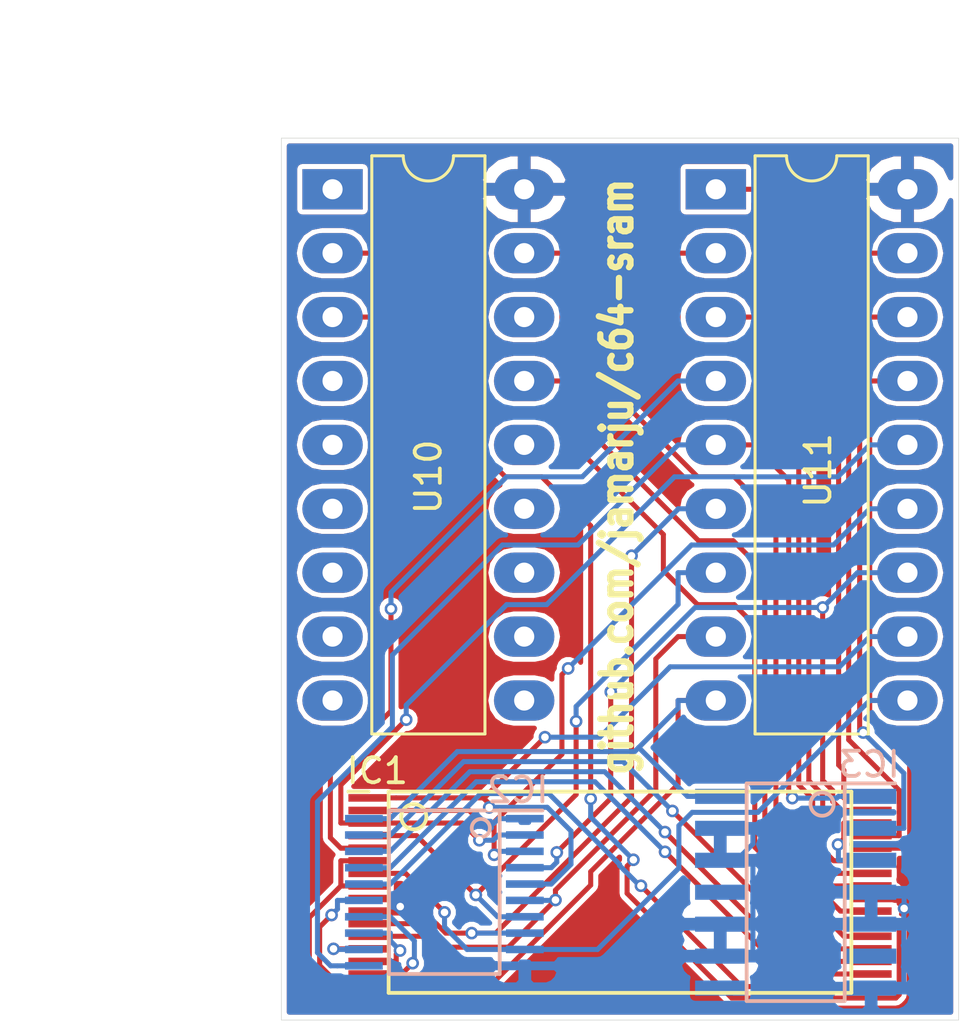
<source format=kicad_pcb>
(kicad_pcb (version 4) (host pcbnew 4.0.7)

  (general
    (links 54)
    (no_connects 0)
    (area 88.73343 84.422 126.504701 126.17)
    (thickness 1.6)
    (drawings 7)
    (tracks 386)
    (zones 0)
    (modules 5)
    (nets 49)
  )

  (page A4)
  (layers
    (0 F.Cu signal)
    (31 B.Cu signal)
    (32 B.Adhes user hide)
    (33 F.Adhes user hide)
    (34 B.Paste user hide)
    (35 F.Paste user hide)
    (36 B.SilkS user)
    (37 F.SilkS user)
    (38 B.Mask user)
    (39 F.Mask user)
    (40 Dwgs.User user)
    (41 Cmts.User user)
    (42 Eco1.User user hide)
    (43 Eco2.User user hide)
    (44 Edge.Cuts user)
    (45 Margin user)
    (46 B.CrtYd user hide)
    (47 F.CrtYd user)
    (48 B.Fab user hide)
    (49 F.Fab user hide)
  )

  (setup
    (last_trace_width 0.2)
    (trace_clearance 0.2)
    (zone_clearance 0.508)
    (zone_45_only no)
    (trace_min 0.2)
    (segment_width 0.2)
    (edge_width 0.0254)
    (via_size 0.5)
    (via_drill 0.3)
    (via_min_size 0.4)
    (via_min_drill 0.3)
    (uvia_size 0.3)
    (uvia_drill 0.1)
    (uvias_allowed no)
    (uvia_min_size 0.2)
    (uvia_min_drill 0.1)
    (pcb_text_width 0.3)
    (pcb_text_size 1.5 1.5)
    (mod_edge_width 0.15)
    (mod_text_size 1 1)
    (mod_text_width 0.15)
    (pad_size 1.524 1.524)
    (pad_drill 0.762)
    (pad_to_mask_clearance 0.2)
    (aux_axis_origin 0 0)
    (visible_elements FFFEFF7F)
    (pcbplotparams
      (layerselection 0x000f0_80000001)
      (usegerberextensions true)
      (excludeedgelayer false)
      (linewidth 0.100000)
      (plotframeref false)
      (viasonmask false)
      (mode 1)
      (useauxorigin false)
      (hpglpennumber 1)
      (hpglpenspeed 20)
      (hpglpendiameter 15)
      (hpglpenoverlay 2)
      (psnegative false)
      (psa4output false)
      (plotreference true)
      (plotvalue false)
      (plotinvisibletext false)
      (padsonsilk false)
      (subtractmaskfromsilk false)
      (outputformat 1)
      (mirror false)
      (drillshape 0)
      (scaleselection 1)
      (outputdirectory gerber/))
  )

  (net 0 "")
  (net 1 /MA3)
  (net 2 /MA1)
  (net 3 /MA0)
  (net 4 /MA5)
  (net 5 /~WE)
  (net 6 /VCC)
  (net 7 /MA7)
  (net 8 "Net-(IC1-Pad9)")
  (net 9 GND)
  (net 10 /MA6)
  (net 11 /MA4)
  (net 12 /A7)
  (net 13 /A6)
  (net 14 /A5)
  (net 15 /A4)
  (net 16 /A3)
  (net 17 /A2)
  (net 18 /A1)
  (net 19 /A0)
  (net 20 /D0)
  (net 21 /D1)
  (net 22 /D2)
  (net 23 /D3)
  (net 24 /D4)
  (net 25 /D5)
  (net 26 /D6)
  (net 27 /D7)
  (net 28 "Net-(IC1-Pad30)")
  (net 29 /MA2)
  (net 30 /~OE)
  (net 31 /~RAS)
  (net 32 /~CAS)
  (net 33 "Net-(IC3-Pad6)")
  (net 34 "Net-(IC3-Pad8)")
  (net 35 "Net-(IC3-Pad11)")
  (net 36 "Net-(U10-Pad1)")
  (net 37 "Net-(U10-Pad10)")
  (net 38 "Net-(U10-Pad11)")
  (net 39 "Net-(U10-Pad12)")
  (net 40 "Net-(U10-Pad4)")
  (net 41 "Net-(U10-Pad13)")
  (net 42 "Net-(U10-Pad5)")
  (net 43 "Net-(U10-Pad14)")
  (net 44 "Net-(U10-Pad6)")
  (net 45 "Net-(U10-Pad7)")
  (net 46 "Net-(U10-Pad16)")
  (net 47 "Net-(U10-Pad8)")
  (net 48 "Net-(U10-Pad9)")

  (net_class Default "Esta es la clase de red por defecto."
    (clearance 0.2)
    (trace_width 0.2)
    (via_dia 0.5)
    (via_drill 0.3)
    (uvia_dia 0.3)
    (uvia_drill 0.1)
    (add_net /A0)
    (add_net /A1)
    (add_net /A2)
    (add_net /A3)
    (add_net /A4)
    (add_net /A5)
    (add_net /A6)
    (add_net /A7)
    (add_net /D0)
    (add_net /D1)
    (add_net /D2)
    (add_net /D3)
    (add_net /D4)
    (add_net /D5)
    (add_net /D6)
    (add_net /D7)
    (add_net /MA0)
    (add_net /MA1)
    (add_net /MA2)
    (add_net /MA3)
    (add_net /MA4)
    (add_net /MA5)
    (add_net /MA6)
    (add_net /MA7)
    (add_net /VCC)
    (add_net /~CAS)
    (add_net /~OE)
    (add_net /~RAS)
    (add_net /~WE)
    (add_net GND)
    (add_net "Net-(IC1-Pad30)")
    (add_net "Net-(IC1-Pad9)")
    (add_net "Net-(IC3-Pad11)")
    (add_net "Net-(IC3-Pad6)")
    (add_net "Net-(IC3-Pad8)")
    (add_net "Net-(U10-Pad1)")
    (add_net "Net-(U10-Pad10)")
    (add_net "Net-(U10-Pad11)")
    (add_net "Net-(U10-Pad12)")
    (add_net "Net-(U10-Pad13)")
    (add_net "Net-(U10-Pad14)")
    (add_net "Net-(U10-Pad16)")
    (add_net "Net-(U10-Pad4)")
    (add_net "Net-(U10-Pad5)")
    (add_net "Net-(U10-Pad6)")
    (add_net "Net-(U10-Pad7)")
    (add_net "Net-(U10-Pad8)")
    (add_net "Net-(U10-Pad9)")
  )

  (module Housings_DIP:DIP-18_W7.62mm_LongPads (layer F.Cu) (tedit 5A78BAEE) (tstamp 5A6E3556)
    (at 101.6 91.44)
    (descr "18-lead though-hole mounted DIP package, row spacing 7.62 mm (300 mils), LongPads")
    (tags "THT DIP DIL PDIP 2.54mm 7.62mm 300mil LongPads")
    (path /5A6CD45D)
    (fp_text reference U10 (at 3.81 11.43 90) (layer F.SilkS)
      (effects (font (size 1 1) (thickness 0.15)))
    )
    (fp_text value TMS4464 (at 2.159 -2.413) (layer F.Fab)
      (effects (font (size 1 1) (thickness 0.15)))
    )
    (fp_arc (start 3.81 -1.33) (end 2.81 -1.33) (angle -180) (layer F.SilkS) (width 0.12))
    (fp_line (start 1.635 -1.27) (end 6.985 -1.27) (layer F.Fab) (width 0.1))
    (fp_line (start 6.985 -1.27) (end 6.985 21.59) (layer F.Fab) (width 0.1))
    (fp_line (start 6.985 21.59) (end 0.635 21.59) (layer F.Fab) (width 0.1))
    (fp_line (start 0.635 21.59) (end 0.635 -0.27) (layer F.Fab) (width 0.1))
    (fp_line (start 0.635 -0.27) (end 1.635 -1.27) (layer F.Fab) (width 0.1))
    (fp_line (start 2.81 -1.33) (end 1.56 -1.33) (layer F.SilkS) (width 0.12))
    (fp_line (start 1.56 -1.33) (end 1.56 21.65) (layer F.SilkS) (width 0.12))
    (fp_line (start 1.56 21.65) (end 6.06 21.65) (layer F.SilkS) (width 0.12))
    (fp_line (start 6.06 21.65) (end 6.06 -1.33) (layer F.SilkS) (width 0.12))
    (fp_line (start 6.06 -1.33) (end 4.81 -1.33) (layer F.SilkS) (width 0.12))
    (fp_line (start -1.45 -1.55) (end -1.45 21.85) (layer F.CrtYd) (width 0.05))
    (fp_line (start -1.45 21.85) (end 9.1 21.85) (layer F.CrtYd) (width 0.05))
    (fp_line (start 9.1 21.85) (end 9.1 -1.55) (layer F.CrtYd) (width 0.05))
    (fp_line (start 9.1 -1.55) (end -1.45 -1.55) (layer F.CrtYd) (width 0.05))
    (fp_text user %R (at 3.81 10.16) (layer F.Fab)
      (effects (font (size 1 1) (thickness 0.15)))
    )
    (pad 1 thru_hole rect (at 0 0) (size 2.4 1.6) (drill 0.8) (layers *.Cu *.Mask)
      (net 36 "Net-(U10-Pad1)"))
    (pad 10 thru_hole oval (at 7.62 20.32) (size 2.4 1.6) (drill 0.8) (layers *.Cu *.Mask)
      (net 37 "Net-(U10-Pad10)"))
    (pad 2 thru_hole oval (at 0 2.54) (size 2.4 1.6) (drill 0.8) (layers *.Cu *.Mask)
      (net 20 /D0))
    (pad 11 thru_hole oval (at 7.62 17.78) (size 2.4 1.6) (drill 0.8) (layers *.Cu *.Mask)
      (net 38 "Net-(U10-Pad11)"))
    (pad 3 thru_hole oval (at 0 5.08) (size 2.4 1.6) (drill 0.8) (layers *.Cu *.Mask)
      (net 21 /D1))
    (pad 12 thru_hole oval (at 7.62 15.24) (size 2.4 1.6) (drill 0.8) (layers *.Cu *.Mask)
      (net 39 "Net-(U10-Pad12)"))
    (pad 4 thru_hole oval (at 0 7.62) (size 2.4 1.6) (drill 0.8) (layers *.Cu *.Mask)
      (net 40 "Net-(U10-Pad4)"))
    (pad 13 thru_hole oval (at 7.62 12.7) (size 2.4 1.6) (drill 0.8) (layers *.Cu *.Mask)
      (net 41 "Net-(U10-Pad13)"))
    (pad 5 thru_hole oval (at 0 10.16) (size 2.4 1.6) (drill 0.8) (layers *.Cu *.Mask)
      (net 42 "Net-(U10-Pad5)"))
    (pad 14 thru_hole oval (at 7.62 10.16) (size 2.4 1.6) (drill 0.8) (layers *.Cu *.Mask)
      (net 43 "Net-(U10-Pad14)"))
    (pad 6 thru_hole oval (at 0 12.7) (size 2.4 1.6) (drill 0.8) (layers *.Cu *.Mask)
      (net 44 "Net-(U10-Pad6)"))
    (pad 15 thru_hole oval (at 7.62 7.62) (size 2.4 1.6) (drill 0.8) (layers *.Cu *.Mask)
      (net 22 /D2))
    (pad 7 thru_hole oval (at 0 15.24) (size 2.4 1.6) (drill 0.8) (layers *.Cu *.Mask)
      (net 45 "Net-(U10-Pad7)"))
    (pad 16 thru_hole oval (at 7.62 5.08) (size 2.4 1.6) (drill 0.8) (layers *.Cu *.Mask)
      (net 46 "Net-(U10-Pad16)"))
    (pad 8 thru_hole oval (at 0 17.78) (size 2.4 1.6) (drill 0.8) (layers *.Cu *.Mask)
      (net 47 "Net-(U10-Pad8)"))
    (pad 17 thru_hole oval (at 7.62 2.54) (size 2.4 1.6) (drill 0.8) (layers *.Cu *.Mask)
      (net 23 /D3))
    (pad 9 thru_hole oval (at 0 20.32) (size 2.4 1.6) (drill 0.8) (layers *.Cu *.Mask)
      (net 48 "Net-(U10-Pad9)"))
    (pad 18 thru_hole oval (at 7.62 0) (size 2.4 1.6) (drill 0.8) (layers *.Cu *.Mask)
      (net 9 GND))
    (model ${KISYS3DMOD}/Housings_DIP.3dshapes/DIP-18_W7.62mm.wrl
      (at (xyz 0 0 0))
      (scale (xyz 1 1 1))
      (rotate (xyz 0 0 0))
    )
  )

  (module footprints:TSSOP20_4.4x6.3_p0.65 (layer B.Cu) (tedit 5A78BAB2) (tstamp 5A6E3524)
    (at 106.045 119.38 180)
    (path /5A6DDD64)
    (fp_text reference IC2 (at -2.921 4.064 180) (layer B.SilkS)
      (effects (font (size 1 1) (thickness 0.15)) (justify mirror))
    )
    (fp_text value 74HCT573 (at 0 4.5 180) (layer B.Fab)
      (effects (font (size 1 1) (thickness 0.15)) (justify mirror))
    )
    (fp_line (start -2.2 3.25) (end -3.9 3.25) (layer B.SilkS) (width 0.15))
    (fp_circle (center -1.45 2.55) (end -1.75 2.75) (layer B.SilkS) (width 0.15))
    (fp_line (start -3.2 -3.25) (end -3.2 3.25) (layer B.CrtYd) (width 0.15))
    (fp_line (start 3.2 -3.25) (end -3.2 -3.25) (layer B.CrtYd) (width 0.15))
    (fp_line (start 3.2 3.25) (end 3.2 -3.25) (layer B.CrtYd) (width 0.15))
    (fp_line (start -3.2 3.25) (end 3.2 3.25) (layer B.CrtYd) (width 0.15))
    (fp_line (start -2.2 -3.25) (end -2.2 3.25) (layer B.SilkS) (width 0.15))
    (fp_line (start 2.2 -3.25) (end -2.2 -3.25) (layer B.SilkS) (width 0.15))
    (fp_line (start 2.2 3.25) (end 2.2 -3.25) (layer B.SilkS) (width 0.15))
    (fp_line (start -2.2 3.25) (end 2.2 3.25) (layer B.SilkS) (width 0.15))
    (pad 1 smd rect (at -3.2 2.925 180) (size 1.5 0.3) (layers B.Cu B.Paste B.Mask)
      (net 9 GND))
    (pad 2 smd rect (at -3.2 2.275 180) (size 1.5 0.3) (layers B.Cu B.Paste B.Mask)
      (net 3 /MA0))
    (pad 3 smd rect (at -3.2 1.625 180) (size 1.5 0.3) (layers B.Cu B.Paste B.Mask)
      (net 2 /MA1))
    (pad 4 smd rect (at -3.2 0.975 180) (size 1.5 0.3) (layers B.Cu B.Paste B.Mask)
      (net 29 /MA2))
    (pad 5 smd rect (at -3.2 0.325 180) (size 1.5 0.3) (layers B.Cu B.Paste B.Mask)
      (net 1 /MA3))
    (pad 6 smd rect (at -3.2 -0.325 180) (size 1.5 0.3) (layers B.Cu B.Paste B.Mask)
      (net 11 /MA4))
    (pad 7 smd rect (at -3.2 -0.975 180) (size 1.5 0.3) (layers B.Cu B.Paste B.Mask)
      (net 4 /MA5))
    (pad 8 smd rect (at -3.2 -1.625 180) (size 1.5 0.3) (layers B.Cu B.Paste B.Mask)
      (net 10 /MA6))
    (pad 9 smd rect (at -3.2 -2.275 180) (size 1.5 0.3) (layers B.Cu B.Paste B.Mask)
      (net 7 /MA7))
    (pad 10 smd rect (at -3.2 -2.925 180) (size 1.5 0.3) (layers B.Cu B.Paste B.Mask)
      (net 9 GND))
    (pad 11 smd rect (at 3.2 -2.925 180) (size 1.5 0.3) (layers B.Cu B.Paste B.Mask)
      (net 31 /~RAS))
    (pad 12 smd rect (at 3.2 -2.275 180) (size 1.5 0.3) (layers B.Cu B.Paste B.Mask)
      (net 12 /A7))
    (pad 13 smd rect (at 3.2 -1.625 180) (size 1.5 0.3) (layers B.Cu B.Paste B.Mask)
      (net 13 /A6))
    (pad 14 smd rect (at 3.2 -0.975 180) (size 1.5 0.3) (layers B.Cu B.Paste B.Mask)
      (net 14 /A5))
    (pad 15 smd rect (at 3.2 -0.325 180) (size 1.5 0.3) (layers B.Cu B.Paste B.Mask)
      (net 15 /A4))
    (pad 16 smd rect (at 3.2 0.325 180) (size 1.5 0.3) (layers B.Cu B.Paste B.Mask)
      (net 16 /A3))
    (pad 17 smd rect (at 3.2 0.975 180) (size 1.5 0.3) (layers B.Cu B.Paste B.Mask)
      (net 17 /A2))
    (pad 18 smd rect (at 3.2 1.625 180) (size 1.5 0.3) (layers B.Cu B.Paste B.Mask)
      (net 18 /A1))
    (pad 19 smd rect (at 3.2 2.275 180) (size 1.5 0.3) (layers B.Cu B.Paste B.Mask)
      (net 19 /A0))
    (pad 20 smd rect (at 3.2 2.925 180) (size 1.5 0.3) (layers B.Cu B.Paste B.Mask)
      (net 6 /VCC))
  )

  (module footprints:SOIC-14_6x8.65 (layer B.Cu) (tedit 5A77ACF6) (tstamp 5A6E3540)
    (at 120.015 119.38 180)
    (path /5A6DDAD1)
    (fp_text reference IC3 (at -2.921 5.08 180) (layer B.SilkS)
      (effects (font (size 1 1) (thickness 0.15)) (justify mirror))
    )
    (fp_text value 74F32 (at -1.778 -5.715 180) (layer B.Fab)
      (effects (font (size 1 1) (thickness 0.15)) (justify mirror))
    )
    (fp_line (start -1.95 4.325) (end -3.95 4.325) (layer B.SilkS) (width 0.15))
    (fp_circle (center -1.05 3.5) (end -1.35 3.85) (layer B.SilkS) (width 0.15))
    (fp_line (start -3 -4.325) (end -3 4.325) (layer B.CrtYd) (width 0.15))
    (fp_line (start 3 -4.325) (end -3 -4.325) (layer B.CrtYd) (width 0.15))
    (fp_line (start 3 4.325) (end 3 -4.325) (layer B.CrtYd) (width 0.15))
    (fp_line (start -3 4.325) (end 3 4.325) (layer B.CrtYd) (width 0.15))
    (fp_line (start -1.95 4.325) (end -1.95 -4.325) (layer B.SilkS) (width 0.15))
    (fp_line (start -1.95 -4.325) (end 1.95 -4.325) (layer B.SilkS) (width 0.15))
    (fp_line (start 1.95 4.325) (end 1.95 -4.325) (layer B.SilkS) (width 0.15))
    (fp_line (start -1.95 4.325) (end 1.95 4.325) (layer B.SilkS) (width 0.15))
    (pad 1 smd rect (at -3 3.81 180) (size 2 0.6) (layers B.Cu B.Paste B.Mask)
      (net 31 /~RAS))
    (pad 2 smd rect (at -3 2.54 180) (size 2 0.6) (layers B.Cu B.Paste B.Mask)
      (net 32 /~CAS))
    (pad 3 smd rect (at -3 1.27 180) (size 2 0.6) (layers B.Cu B.Paste B.Mask)
      (net 28 "Net-(IC1-Pad30)"))
    (pad 4 smd rect (at -3 0 180) (size 2 0.6) (layers B.Cu B.Paste B.Mask)
      (net 9 GND))
    (pad 5 smd rect (at -3 -1.27 180) (size 2 0.6) (layers B.Cu B.Paste B.Mask)
      (net 9 GND))
    (pad 6 smd rect (at -3 -2.54 180) (size 2 0.6) (layers B.Cu B.Paste B.Mask)
      (net 33 "Net-(IC3-Pad6)"))
    (pad 7 smd rect (at -3 -3.81 180) (size 2 0.6) (layers B.Cu B.Paste B.Mask)
      (net 9 GND))
    (pad 8 smd rect (at 3 -3.81 180) (size 2 0.6) (layers B.Cu B.Paste B.Mask)
      (net 34 "Net-(IC3-Pad8)"))
    (pad 9 smd rect (at 3 -2.54 180) (size 2 0.6) (layers B.Cu B.Paste B.Mask)
      (net 9 GND))
    (pad 10 smd rect (at 3 -1.27 180) (size 2 0.6) (layers B.Cu B.Paste B.Mask)
      (net 9 GND))
    (pad 11 smd rect (at 3 0 180) (size 2 0.6) (layers B.Cu B.Paste B.Mask)
      (net 35 "Net-(IC3-Pad11)"))
    (pad 12 smd rect (at 3 1.27 180) (size 2 0.6) (layers B.Cu B.Paste B.Mask)
      (net 9 GND))
    (pad 13 smd rect (at 3 2.54 180) (size 2 0.6) (layers B.Cu B.Paste B.Mask)
      (net 9 GND))
    (pad 14 smd rect (at 3 3.81 180) (size 2 0.6) (layers B.Cu B.Paste B.Mask)
      (net 6 /VCC))
  )

  (module footprints:TSOP_I_32L_8x20_p0.5 (layer F.Cu) (tedit 5A78BAAA) (tstamp 5A78B516)
    (at 113.03 119.38)
    (path /5A6CCD0A)
    (fp_text reference IC1 (at -9.652 -4.826) (layer F.SilkS)
      (effects (font (size 1 1) (thickness 0.15)))
    )
    (fp_text value IS61C1024AL (at 0 -5) (layer F.Fab)
      (effects (font (size 1 1) (thickness 0.15)))
    )
    (fp_line (start -10 -4) (end -10.8 -4) (layer F.SilkS) (width 0.15))
    (fp_line (start -6 -4) (end -7.4 -4) (layer F.SilkS) (width 0.15))
    (fp_line (start -10 4) (end -10 -4) (layer F.CrtYd) (width 0.15))
    (fp_line (start 10 4) (end -10 4) (layer F.CrtYd) (width 0.15))
    (fp_line (start 10 -4) (end 10 4) (layer F.CrtYd) (width 0.15))
    (fp_line (start -10 -4) (end 10 -4) (layer F.CrtYd) (width 0.15))
    (fp_circle (center -8.2 -3) (end -8.7 -3) (layer F.SilkS) (width 0.15))
    (fp_line (start -9.2 4) (end -9.2 -4) (layer F.SilkS) (width 0.15))
    (fp_line (start 9.2 4) (end -9.2 4) (layer F.SilkS) (width 0.15))
    (fp_line (start 9.2 -4) (end 9.2 4) (layer F.SilkS) (width 0.15))
    (fp_line (start -9.2 -4) (end 9.2 -4) (layer F.SilkS) (width 0.15))
    (pad 1 smd rect (at -10 -3.75) (size 1.6 0.3) (layers F.Cu F.Paste F.Mask)
      (net 1 /MA3))
    (pad 2 smd rect (at -10 -3.25) (size 1.6 0.3) (layers F.Cu F.Paste F.Mask)
      (net 2 /MA1))
    (pad 3 smd rect (at -10 -2.75) (size 1.6 0.3) (layers F.Cu F.Paste F.Mask)
      (net 3 /MA0))
    (pad 4 smd rect (at -10 -2.25) (size 1.6 0.3) (layers F.Cu F.Paste F.Mask)
      (net 4 /MA5))
    (pad 5 smd rect (at -10 -1.75) (size 1.6 0.3) (layers F.Cu F.Paste F.Mask)
      (net 5 /~WE))
    (pad 6 smd rect (at -10 -1.25) (size 1.6 0.3) (layers F.Cu F.Paste F.Mask)
      (net 6 /VCC))
    (pad 7 smd rect (at -10 -0.75) (size 1.6 0.3) (layers F.Cu F.Paste F.Mask)
      (net 7 /MA7))
    (pad 8 smd rect (at -10 -0.25) (size 1.6 0.3) (layers F.Cu F.Paste F.Mask)
      (net 6 /VCC))
    (pad 9 smd rect (at -10 0.25) (size 1.6 0.3) (layers F.Cu F.Paste F.Mask)
      (net 8 "Net-(IC1-Pad9)"))
    (pad 10 smd rect (at -10 0.75) (size 1.6 0.3) (layers F.Cu F.Paste F.Mask)
      (net 9 GND))
    (pad 11 smd rect (at -10 1.25) (size 1.6 0.3) (layers F.Cu F.Paste F.Mask)
      (net 10 /MA6))
    (pad 12 smd rect (at -10 1.75) (size 1.6 0.3) (layers F.Cu F.Paste F.Mask)
      (net 11 /MA4))
    (pad 13 smd rect (at -10 2.25) (size 1.6 0.3) (layers F.Cu F.Paste F.Mask)
      (net 12 /A7))
    (pad 14 smd rect (at -10 2.75) (size 1.6 0.3) (layers F.Cu F.Paste F.Mask)
      (net 13 /A6))
    (pad 15 smd rect (at -10 3.25) (size 1.6 0.3) (layers F.Cu F.Paste F.Mask)
      (net 14 /A5))
    (pad 16 smd rect (at -10 3.75) (size 1.6 0.3) (layers F.Cu F.Paste F.Mask)
      (net 15 /A4))
    (pad 17 smd rect (at 10 3.75) (size 1.6 0.3) (layers F.Cu F.Paste F.Mask)
      (net 16 /A3))
    (pad 18 smd rect (at 10 3.25) (size 1.6 0.3) (layers F.Cu F.Paste F.Mask)
      (net 17 /A2))
    (pad 19 smd rect (at 10 2.75) (size 1.6 0.3) (layers F.Cu F.Paste F.Mask)
      (net 18 /A1))
    (pad 20 smd rect (at 10 2.25) (size 1.6 0.3) (layers F.Cu F.Paste F.Mask)
      (net 19 /A0))
    (pad 21 smd rect (at 10 1.75) (size 1.6 0.3) (layers F.Cu F.Paste F.Mask)
      (net 20 /D0))
    (pad 22 smd rect (at 10 1.25) (size 1.6 0.3) (layers F.Cu F.Paste F.Mask)
      (net 21 /D1))
    (pad 23 smd rect (at 10 0.75) (size 1.6 0.3) (layers F.Cu F.Paste F.Mask)
      (net 22 /D2))
    (pad 24 smd rect (at 10 0.25) (size 1.6 0.3) (layers F.Cu F.Paste F.Mask)
      (net 9 GND))
    (pad 25 smd rect (at 10 -0.25) (size 1.6 0.3) (layers F.Cu F.Paste F.Mask)
      (net 23 /D3))
    (pad 26 smd rect (at 10 -0.75) (size 1.6 0.3) (layers F.Cu F.Paste F.Mask)
      (net 24 /D4))
    (pad 27 smd rect (at 10 -1.25) (size 1.6 0.3) (layers F.Cu F.Paste F.Mask)
      (net 25 /D5))
    (pad 28 smd rect (at 10 -1.75) (size 1.6 0.3) (layers F.Cu F.Paste F.Mask)
      (net 26 /D6))
    (pad 29 smd rect (at 10 -2.25) (size 1.6 0.3) (layers F.Cu F.Paste F.Mask)
      (net 27 /D7))
    (pad 30 smd rect (at 10 -2.75) (size 1.6 0.3) (layers F.Cu F.Paste F.Mask)
      (net 28 "Net-(IC1-Pad30)"))
    (pad 31 smd rect (at 10 -3.25) (size 1.6 0.3) (layers F.Cu F.Paste F.Mask)
      (net 29 /MA2))
    (pad 32 smd rect (at 10 -3.75) (size 1.6 0.3) (layers F.Cu F.Paste F.Mask)
      (net 30 /~OE))
  )

  (module Housings_DIP:DIP-18_W7.62mm_LongPads (layer F.Cu) (tedit 5A78CB1D) (tstamp 5A78C9F0)
    (at 116.84 91.44)
    (descr "18-lead though-hole mounted DIP package, row spacing 7.62 mm (300 mils), LongPads")
    (tags "THT DIP DIL PDIP 2.54mm 7.62mm 300mil LongPads")
    (path /5A78C964)
    (fp_text reference U11 (at 4.064 11.176 90) (layer F.SilkS)
      (effects (font (size 1 1) (thickness 0.15)))
    )
    (fp_text value TMS4464 (at 3.81 22.65) (layer F.Fab)
      (effects (font (size 1 1) (thickness 0.15)))
    )
    (fp_arc (start 3.81 -1.33) (end 2.81 -1.33) (angle -180) (layer F.SilkS) (width 0.12))
    (fp_line (start 1.635 -1.27) (end 6.985 -1.27) (layer F.Fab) (width 0.1))
    (fp_line (start 6.985 -1.27) (end 6.985 21.59) (layer F.Fab) (width 0.1))
    (fp_line (start 6.985 21.59) (end 0.635 21.59) (layer F.Fab) (width 0.1))
    (fp_line (start 0.635 21.59) (end 0.635 -0.27) (layer F.Fab) (width 0.1))
    (fp_line (start 0.635 -0.27) (end 1.635 -1.27) (layer F.Fab) (width 0.1))
    (fp_line (start 2.81 -1.33) (end 1.56 -1.33) (layer F.SilkS) (width 0.12))
    (fp_line (start 1.56 -1.33) (end 1.56 21.65) (layer F.SilkS) (width 0.12))
    (fp_line (start 1.56 21.65) (end 6.06 21.65) (layer F.SilkS) (width 0.12))
    (fp_line (start 6.06 21.65) (end 6.06 -1.33) (layer F.SilkS) (width 0.12))
    (fp_line (start 6.06 -1.33) (end 4.81 -1.33) (layer F.SilkS) (width 0.12))
    (fp_line (start -1.45 -1.55) (end -1.45 21.85) (layer F.CrtYd) (width 0.05))
    (fp_line (start -1.45 21.85) (end 9.1 21.85) (layer F.CrtYd) (width 0.05))
    (fp_line (start 9.1 21.85) (end 9.1 -1.55) (layer F.CrtYd) (width 0.05))
    (fp_line (start 9.1 -1.55) (end -1.45 -1.55) (layer F.CrtYd) (width 0.05))
    (fp_text user %R (at 3.81 10.16) (layer F.Fab)
      (effects (font (size 1 1) (thickness 0.15)))
    )
    (pad 1 thru_hole rect (at 0 0) (size 2.4 1.6) (drill 0.8) (layers *.Cu *.Mask)
      (net 30 /~OE))
    (pad 10 thru_hole oval (at 7.62 20.32) (size 2.4 1.6) (drill 0.8) (layers *.Cu *.Mask)
      (net 7 /MA7))
    (pad 2 thru_hole oval (at 0 2.54) (size 2.4 1.6) (drill 0.8) (layers *.Cu *.Mask)
      (net 24 /D4))
    (pad 11 thru_hole oval (at 7.62 17.78) (size 2.4 1.6) (drill 0.8) (layers *.Cu *.Mask)
      (net 1 /MA3))
    (pad 3 thru_hole oval (at 0 5.08) (size 2.4 1.6) (drill 0.8) (layers *.Cu *.Mask)
      (net 25 /D5))
    (pad 12 thru_hole oval (at 7.62 15.24) (size 2.4 1.6) (drill 0.8) (layers *.Cu *.Mask)
      (net 29 /MA2))
    (pad 4 thru_hole oval (at 0 7.62) (size 2.4 1.6) (drill 0.8) (layers *.Cu *.Mask)
      (net 5 /~WE))
    (pad 13 thru_hole oval (at 7.62 12.7) (size 2.4 1.6) (drill 0.8) (layers *.Cu *.Mask)
      (net 2 /MA1))
    (pad 5 thru_hole oval (at 0 10.16) (size 2.4 1.6) (drill 0.8) (layers *.Cu *.Mask)
      (net 31 /~RAS))
    (pad 14 thru_hole oval (at 7.62 10.16) (size 2.4 1.6) (drill 0.8) (layers *.Cu *.Mask)
      (net 3 /MA0))
    (pad 6 thru_hole oval (at 0 12.7) (size 2.4 1.6) (drill 0.8) (layers *.Cu *.Mask)
      (net 10 /MA6))
    (pad 15 thru_hole oval (at 7.62 7.62) (size 2.4 1.6) (drill 0.8) (layers *.Cu *.Mask)
      (net 26 /D6))
    (pad 7 thru_hole oval (at 0 15.24) (size 2.4 1.6) (drill 0.8) (layers *.Cu *.Mask)
      (net 4 /MA5))
    (pad 16 thru_hole oval (at 7.62 5.08) (size 2.4 1.6) (drill 0.8) (layers *.Cu *.Mask)
      (net 32 /~CAS))
    (pad 8 thru_hole oval (at 0 17.78) (size 2.4 1.6) (drill 0.8) (layers *.Cu *.Mask)
      (net 11 /MA4))
    (pad 17 thru_hole oval (at 7.62 2.54) (size 2.4 1.6) (drill 0.8) (layers *.Cu *.Mask)
      (net 27 /D7))
    (pad 9 thru_hole oval (at 0 20.32) (size 2.4 1.6) (drill 0.8) (layers *.Cu *.Mask)
      (net 6 /VCC))
    (pad 18 thru_hole oval (at 7.62 0) (size 2.4 1.6) (drill 0.8) (layers *.Cu *.Mask)
      (net 9 GND))
    (model ${KISYS3DMOD}/Housings_DIP.3dshapes/DIP-18_W7.62mm.wrl
      (at (xyz 0 0 0))
      (scale (xyz 1 1 1))
      (rotate (xyz 0 0 0))
    )
  )

  (gr_text github.com/jamarju/c64-sram (at 112.903 102.87 90) (layer F.SilkS)
    (effects (font (size 1.2 1) (thickness 0.25)))
  )
  (dimension 35.052 (width 0.3) (layer Dwgs.User)
    (gr_text 35,052mm (at 94.662 106.934 270) (layer Dwgs.User)
      (effects (font (size 1.5 1.5) (thickness 0.3)))
    )
    (feature1 (pts (xy 99.568 124.46) (xy 93.312 124.46)))
    (feature2 (pts (xy 99.568 89.408) (xy 93.312 89.408)))
    (crossbar (pts (xy 96.012 89.408) (xy 96.012 124.46)))
    (arrow1a (pts (xy 96.012 124.46) (xy 95.425579 123.333496)))
    (arrow1b (pts (xy 96.012 124.46) (xy 96.598421 123.333496)))
    (arrow2a (pts (xy 96.012 89.408) (xy 95.425579 90.534504)))
    (arrow2b (pts (xy 96.012 89.408) (xy 96.598421 90.534504)))
  )
  (dimension 26.924 (width 0.3) (layer Dwgs.User)
    (gr_text 26,924mm (at 113.03 85.772) (layer Dwgs.User)
      (effects (font (size 1.5 1.5) (thickness 0.3)))
    )
    (feature1 (pts (xy 126.492 89.408) (xy 126.492 84.422)))
    (feature2 (pts (xy 99.568 89.408) (xy 99.568 84.422)))
    (crossbar (pts (xy 99.568 87.122) (xy 126.492 87.122)))
    (arrow1a (pts (xy 126.492 87.122) (xy 125.365496 87.708421)))
    (arrow1b (pts (xy 126.492 87.122) (xy 125.365496 86.535579)))
    (arrow2a (pts (xy 99.568 87.122) (xy 100.694504 87.708421)))
    (arrow2b (pts (xy 99.568 87.122) (xy 100.694504 86.535579)))
  )
  (gr_line (start 99.568 124.46) (end 99.568 89.408) (layer Edge.Cuts) (width 0.0254))
  (gr_line (start 126.492 124.46) (end 99.568 124.46) (layer Edge.Cuts) (width 0.0254))
  (gr_line (start 126.492 89.408) (end 126.492 124.46) (layer Edge.Cuts) (width 0.0254))
  (gr_line (start 99.568 89.408) (end 126.492 89.408) (layer Edge.Cuts) (width 0.0254))

  (via (at 107.8294 116.0091) (size 0.5) (layers F.Cu B.Cu) (net 1))
  (via (at 110.0452 113.2177) (size 0.5) (layers F.Cu B.Cu) (net 1))
  (segment (start 103.03 115.63) (end 104.1303 115.63) (width 0.2) (layer F.Cu) (net 1))
  (segment (start 111.0805 118.2698) (end 110.2953 119.055) (width 0.2) (layer B.Cu) (net 1))
  (segment (start 111.0805 116.9461) (end 111.0805 118.2698) (width 0.2) (layer B.Cu) (net 1))
  (segment (start 110.139 116.0046) (end 111.0805 116.9461) (width 0.2) (layer B.Cu) (net 1))
  (segment (start 107.8339 116.0046) (end 110.139 116.0046) (width 0.2) (layer B.Cu) (net 1))
  (segment (start 107.8294 116.0091) (end 107.8339 116.0046) (width 0.2) (layer B.Cu) (net 1))
  (segment (start 109.245 119.055) (end 110.2953 119.055) (width 0.2) (layer B.Cu) (net 1))
  (segment (start 110.0452 113.2176) (end 110.0452 113.2177) (width 0.2) (layer B.Cu) (net 1))
  (segment (start 112.2264 113.2176) (end 110.0452 113.2176) (width 0.2) (layer B.Cu) (net 1))
  (segment (start 115.0232 110.4208) (end 112.2264 113.2176) (width 0.2) (layer B.Cu) (net 1))
  (segment (start 121.7589 110.4208) (end 115.0232 110.4208) (width 0.2) (layer B.Cu) (net 1))
  (segment (start 122.9597 109.22) (end 121.7589 110.4208) (width 0.2) (layer B.Cu) (net 1))
  (segment (start 124.46 109.22) (end 122.9597 109.22) (width 0.2) (layer B.Cu) (net 1))
  (segment (start 107.6127 115.6502) (end 110.0452 113.2177) (width 0.2) (layer F.Cu) (net 1))
  (segment (start 107.8294 115.867) (end 107.6127 115.6502) (width 0.2) (layer F.Cu) (net 1))
  (segment (start 107.8294 116.0091) (end 107.8294 115.867) (width 0.2) (layer F.Cu) (net 1))
  (segment (start 107.5924 115.63) (end 104.1303 115.63) (width 0.2) (layer F.Cu) (net 1))
  (segment (start 107.6127 115.6502) (end 107.5924 115.63) (width 0.2) (layer F.Cu) (net 1))
  (via (at 108.0245 117.8921) (size 0.5) (layers F.Cu B.Cu) (net 2))
  (via (at 110.9681 110.4832) (size 0.5) (layers F.Cu B.Cu) (net 2))
  (segment (start 109.245 117.755) (end 108.1947 117.755) (width 0.2) (layer B.Cu) (net 2))
  (segment (start 108.1616 117.755) (end 108.0245 117.8921) (width 0.2) (layer B.Cu) (net 2))
  (segment (start 108.1947 117.755) (end 108.1616 117.755) (width 0.2) (layer B.Cu) (net 2))
  (segment (start 107.5325 116.6292) (end 107.9888 116.6292) (width 0.2) (layer F.Cu) (net 2))
  (segment (start 107.0333 116.13) (end 107.5325 116.6292) (width 0.2) (layer F.Cu) (net 2))
  (segment (start 103.03 116.13) (end 107.0333 116.13) (width 0.2) (layer F.Cu) (net 2))
  (segment (start 108.0245 116.6649) (end 108.0245 117.8921) (width 0.2) (layer F.Cu) (net 2))
  (segment (start 107.9888 116.6292) (end 108.0245 116.6649) (width 0.2) (layer F.Cu) (net 2))
  (segment (start 110.7204 110.7309) (end 110.9681 110.4832) (width 0.2) (layer F.Cu) (net 2))
  (segment (start 110.7204 113.8976) (end 110.7204 110.7309) (width 0.2) (layer F.Cu) (net 2))
  (segment (start 107.9888 116.6292) (end 110.7204 113.8976) (width 0.2) (layer F.Cu) (net 2))
  (segment (start 121.5201 105.5796) (end 122.9597 104.14) (width 0.2) (layer B.Cu) (net 2))
  (segment (start 115.8717 105.5796) (end 121.5201 105.5796) (width 0.2) (layer B.Cu) (net 2))
  (segment (start 110.9681 110.4832) (end 115.8717 105.5796) (width 0.2) (layer B.Cu) (net 2))
  (segment (start 124.46 104.14) (end 122.9597 104.14) (width 0.2) (layer B.Cu) (net 2))
  (via (at 107.4386 117.3138) (size 0.5) (layers F.Cu B.Cu) (net 3))
  (via (at 104.529 112.521) (size 0.5) (layers F.Cu B.Cu) (net 3))
  (segment (start 107.9859 117.3138) (end 108.1947 117.105) (width 0.2) (layer B.Cu) (net 3))
  (segment (start 107.4386 117.3138) (end 107.9859 117.3138) (width 0.2) (layer B.Cu) (net 3))
  (segment (start 109.245 117.105) (end 108.1947 117.105) (width 0.2) (layer B.Cu) (net 3))
  (segment (start 106.7548 116.63) (end 103.03 116.63) (width 0.2) (layer F.Cu) (net 3))
  (segment (start 107.4386 117.3138) (end 106.7548 116.63) (width 0.2) (layer F.Cu) (net 3))
  (segment (start 101.9297 115.1203) (end 104.529 112.521) (width 0.2) (layer F.Cu) (net 3))
  (segment (start 101.9297 116.63) (end 101.9297 115.1203) (width 0.2) (layer F.Cu) (net 3))
  (segment (start 121.6897 102.87) (end 122.9597 101.6) (width 0.2) (layer B.Cu) (net 3))
  (segment (start 115.1946 102.87) (end 121.6897 102.87) (width 0.2) (layer B.Cu) (net 3))
  (segment (start 110.1146 107.95) (end 115.1946 102.87) (width 0.2) (layer B.Cu) (net 3))
  (segment (start 108.5227 107.95) (end 110.1146 107.95) (width 0.2) (layer B.Cu) (net 3))
  (segment (start 104.529 111.9437) (end 108.5227 107.95) (width 0.2) (layer B.Cu) (net 3))
  (segment (start 104.529 112.521) (end 104.529 111.9437) (width 0.2) (layer B.Cu) (net 3))
  (segment (start 103.03 116.63) (end 101.9297 116.63) (width 0.2) (layer F.Cu) (net 3))
  (segment (start 124.46 101.6) (end 122.9597 101.6) (width 0.2) (layer B.Cu) (net 3))
  (via (at 107.2965 119.4876) (size 0.5) (layers F.Cu B.Cu) (net 4))
  (via (at 111.284 112.5867) (size 0.5) (layers F.Cu B.Cu) (net 4))
  (segment (start 104.9389 117.13) (end 103.03 117.13) (width 0.2) (layer F.Cu) (net 4))
  (segment (start 107.2965 119.4876) (end 104.9389 117.13) (width 0.2) (layer F.Cu) (net 4))
  (segment (start 108.1639 120.355) (end 107.2965 119.4876) (width 0.2) (layer B.Cu) (net 4))
  (segment (start 109.245 120.355) (end 108.1639 120.355) (width 0.2) (layer B.Cu) (net 4))
  (segment (start 115.3397 107.94) (end 115.3397 106.68) (width 0.2) (layer B.Cu) (net 4))
  (segment (start 111.284 111.9957) (end 115.3397 107.94) (width 0.2) (layer B.Cu) (net 4))
  (segment (start 111.284 112.5867) (end 111.284 111.9957) (width 0.2) (layer B.Cu) (net 4))
  (segment (start 116.84 106.68) (end 115.3397 106.68) (width 0.2) (layer B.Cu) (net 4))
  (segment (start 111.284 115.5001) (end 107.2965 119.4876) (width 0.2) (layer F.Cu) (net 4))
  (segment (start 111.284 112.5867) (end 111.284 115.5001) (width 0.2) (layer F.Cu) (net 4))
  (via (at 103.9228 108.1173) (size 0.5) (layers F.Cu B.Cu) (net 5))
  (segment (start 103.9228 112.1775) (end 103.9228 108.1173) (width 0.2) (layer F.Cu) (net 5))
  (segment (start 101.5126 114.5877) (end 103.9228 112.1775) (width 0.2) (layer F.Cu) (net 5))
  (segment (start 101.5126 117.2129) (end 101.5126 114.5877) (width 0.2) (layer F.Cu) (net 5))
  (segment (start 101.9297 117.63) (end 101.5126 117.2129) (width 0.2) (layer F.Cu) (net 5))
  (segment (start 111.5297 102.87) (end 115.3397 99.06) (width 0.2) (layer B.Cu) (net 5))
  (segment (start 108.521 102.87) (end 111.5297 102.87) (width 0.2) (layer B.Cu) (net 5))
  (segment (start 103.9228 107.4682) (end 108.521 102.87) (width 0.2) (layer B.Cu) (net 5))
  (segment (start 103.9228 108.1173) (end 103.9228 107.4682) (width 0.2) (layer B.Cu) (net 5))
  (segment (start 103.03 117.63) (end 101.9297 117.63) (width 0.2) (layer F.Cu) (net 5))
  (segment (start 116.84 99.06) (end 115.3397 99.06) (width 0.2) (layer B.Cu) (net 5))
  (segment (start 117.015 115.57) (end 115.7147 115.57) (width 0.2) (layer B.Cu) (net 6))
  (segment (start 102.845 116.455) (end 103.8953 116.455) (width 0.2) (layer B.Cu) (net 6))
  (segment (start 116.84 111.76) (end 115.3397 111.76) (width 0.2) (layer B.Cu) (net 6))
  (segment (start 101.9297 119.13) (end 101.9297 118.13) (width 0.2) (layer F.Cu) (net 6))
  (segment (start 103.03 118.13) (end 101.9297 118.13) (width 0.2) (layer F.Cu) (net 6))
  (segment (start 103.03 119.13) (end 102.0298 119.13) (width 0.2) (layer F.Cu) (net 6))
  (segment (start 102.0298 119.13) (end 101.9297 119.13) (width 0.2) (layer F.Cu) (net 6))
  (segment (start 116.84 111.76) (end 115.3397 111.76) (width 0.2) (layer F.Cu) (net 6))
  (segment (start 115.3397 112.0636) (end 115.3397 111.76) (width 0.2) (layer B.Cu) (net 6))
  (segment (start 113.774 113.6293) (end 115.3397 112.0636) (width 0.2) (layer B.Cu) (net 6))
  (segment (start 115.7147 115.57) (end 113.774 113.6293) (width 0.2) (layer B.Cu) (net 6))
  (segment (start 106.5615 113.7888) (end 103.8953 116.455) (width 0.2) (layer B.Cu) (net 6))
  (segment (start 113.6145 113.7888) (end 106.5615 113.7888) (width 0.2) (layer B.Cu) (net 6))
  (segment (start 113.774 113.6293) (end 113.6145 113.7888) (width 0.2) (layer B.Cu) (net 6))
  (segment (start 115.3397 115.0876) (end 115.3397 111.76) (width 0.2) (layer F.Cu) (net 6))
  (segment (start 111.8654 118.5619) (end 115.3397 115.0876) (width 0.2) (layer F.Cu) (net 6))
  (segment (start 111.8654 119.096) (end 111.8654 118.5619) (width 0.2) (layer F.Cu) (net 6))
  (segment (start 107.359 123.6024) (end 111.8654 119.096) (width 0.2) (layer F.Cu) (net 6))
  (segment (start 101.8134 123.6024) (end 107.359 123.6024) (width 0.2) (layer F.Cu) (net 6))
  (segment (start 100.6757 122.4647) (end 101.8134 123.6024) (width 0.2) (layer F.Cu) (net 6))
  (segment (start 100.6757 120.384) (end 100.6757 122.4647) (width 0.2) (layer F.Cu) (net 6))
  (segment (start 101.9297 119.13) (end 100.6757 120.384) (width 0.2) (layer F.Cu) (net 6))
  (via (at 106.052 120.179) (size 0.5) (layers F.Cu B.Cu) (net 7))
  (segment (start 124.46 111.76) (end 122.9597 111.76) (width 0.2) (layer B.Cu) (net 7))
  (segment (start 112.1355 121.655) (end 109.245 121.655) (width 0.2) (layer B.Cu) (net 7))
  (segment (start 115.3712 118.4193) (end 112.1355 121.655) (width 0.2) (layer B.Cu) (net 7))
  (segment (start 115.3712 116.7346) (end 115.3712 118.4193) (width 0.2) (layer B.Cu) (net 7))
  (segment (start 115.9008 116.205) (end 115.3712 116.7346) (width 0.2) (layer B.Cu) (net 7))
  (segment (start 118.5147 116.205) (end 115.9008 116.205) (width 0.2) (layer B.Cu) (net 7))
  (segment (start 122.9597 111.76) (end 118.5147 116.205) (width 0.2) (layer B.Cu) (net 7))
  (segment (start 109.245 121.655) (end 108.1947 121.655) (width 0.2) (layer B.Cu) (net 7))
  (segment (start 103.03 118.63) (end 104.1303 118.63) (width 0.2) (layer F.Cu) (net 7))
  (segment (start 106.052 120.758) (end 106.052 120.179) (width 0.2) (layer B.Cu) (net 7))
  (segment (start 106.949 121.655) (end 106.052 120.758) (width 0.2) (layer B.Cu) (net 7))
  (segment (start 108.1947 121.655) (end 106.949 121.655) (width 0.2) (layer B.Cu) (net 7))
  (segment (start 104.503 118.63) (end 104.1303 118.63) (width 0.2) (layer F.Cu) (net 7))
  (segment (start 106.052 120.179) (end 104.503 118.63) (width 0.2) (layer F.Cu) (net 7))
  (via (at 124.3273 120.0232) (size 0.5) (layers F.Cu B.Cu) (net 9))
  (via (at 104.2909 119.9507) (size 0.5) (layers F.Cu B.Cu) (net 9))
  (segment (start 117.015 120.65) (end 118.3153 120.65) (width 0.2) (layer B.Cu) (net 9))
  (segment (start 117.015 121.92) (end 115.7147 121.92) (width 0.2) (layer B.Cu) (net 9))
  (segment (start 115.3297 122.305) (end 115.7147 121.92) (width 0.2) (layer B.Cu) (net 9))
  (segment (start 110.2953 122.305) (end 115.3297 122.305) (width 0.2) (layer B.Cu) (net 9))
  (segment (start 109.245 122.305) (end 110.2953 122.305) (width 0.2) (layer B.Cu) (net 9))
  (segment (start 117.015 121.92) (end 118.3153 121.92) (width 0.2) (layer B.Cu) (net 9))
  (segment (start 118.3153 121.92) (end 118.3153 120.65) (width 0.2) (layer B.Cu) (net 9))
  (segment (start 117.015 118.11) (end 117.6652 118.11) (width 0.2) (layer B.Cu) (net 9))
  (segment (start 117.6652 118.11) (end 118.3153 118.11) (width 0.2) (layer B.Cu) (net 9))
  (segment (start 118.3153 117.4599) (end 118.3153 116.84) (width 0.2) (layer B.Cu) (net 9))
  (segment (start 117.6652 118.11) (end 118.3153 117.4599) (width 0.2) (layer B.Cu) (net 9))
  (segment (start 117.015 116.84) (end 118.3153 116.84) (width 0.2) (layer B.Cu) (net 9))
  (segment (start 109.22 91.44) (end 107.7197 91.44) (width 0.2) (layer B.Cu) (net 9))
  (segment (start 123.015 123.19) (end 124.3153 123.19) (width 0.2) (layer B.Cu) (net 9))
  (segment (start 123.015 120.65) (end 121.7147 120.65) (width 0.2) (layer B.Cu) (net 9))
  (segment (start 118.3153 120.65) (end 118.3153 118.11) (width 0.2) (layer B.Cu) (net 9))
  (segment (start 118.3153 120.65) (end 121.7147 120.65) (width 0.2) (layer B.Cu) (net 9))
  (segment (start 123.015 120.65) (end 124.3153 120.65) (width 0.2) (layer B.Cu) (net 9))
  (segment (start 124.3153 120.65) (end 124.3153 123.19) (width 0.2) (layer B.Cu) (net 9))
  (segment (start 123.03 119.63) (end 124.1303 119.63) (width 0.2) (layer F.Cu) (net 9))
  (segment (start 124.3153 120.0352) (end 124.3273 120.0232) (width 0.2) (layer B.Cu) (net 9))
  (segment (start 124.3153 120.65) (end 124.3153 120.0352) (width 0.2) (layer B.Cu) (net 9))
  (segment (start 124.1303 119.8262) (end 124.3273 120.0232) (width 0.2) (layer F.Cu) (net 9))
  (segment (start 124.1303 119.63) (end 124.1303 119.8262) (width 0.2) (layer F.Cu) (net 9))
  (segment (start 124.3273 119.392) (end 124.3153 119.38) (width 0.2) (layer B.Cu) (net 9))
  (segment (start 124.3273 120.0232) (end 124.3273 119.392) (width 0.2) (layer B.Cu) (net 9))
  (segment (start 123.015 119.38) (end 124.3153 119.38) (width 0.2) (layer B.Cu) (net 9))
  (segment (start 121.8594 90.3397) (end 122.9597 91.44) (width 0.2) (layer F.Cu) (net 9))
  (segment (start 111.8206 90.3397) (end 121.8594 90.3397) (width 0.2) (layer F.Cu) (net 9))
  (segment (start 110.7203 91.44) (end 111.8206 90.3397) (width 0.2) (layer F.Cu) (net 9))
  (segment (start 109.22 91.44) (end 110.7203 91.44) (width 0.2) (layer F.Cu) (net 9))
  (segment (start 124.46 91.44) (end 122.9597 91.44) (width 0.2) (layer F.Cu) (net 9))
  (segment (start 104.9925 122.7695) (end 105.5453 122.2167) (width 0.2) (layer B.Cu) (net 9))
  (segment (start 101.3299 122.7695) (end 104.9925 122.7695) (width 0.2) (layer B.Cu) (net 9))
  (segment (start 100.6003 122.0399) (end 101.3299 122.7695) (width 0.2) (layer B.Cu) (net 9))
  (segment (start 100.6003 114.8879) (end 100.6003 122.0399) (width 0.2) (layer B.Cu) (net 9))
  (segment (start 103.1004 112.3878) (end 100.6003 114.8879) (width 0.2) (layer B.Cu) (net 9))
  (segment (start 103.1004 96.0593) (end 103.1004 112.3878) (width 0.2) (layer B.Cu) (net 9))
  (segment (start 107.7197 91.44) (end 103.1004 96.0593) (width 0.2) (layer B.Cu) (net 9))
  (segment (start 108.1064 122.2167) (end 108.1947 122.305) (width 0.2) (layer B.Cu) (net 9))
  (segment (start 105.5453 122.2167) (end 108.1064 122.2167) (width 0.2) (layer B.Cu) (net 9))
  (segment (start 109.245 116.455) (end 108.1947 116.455) (width 0.2) (layer B.Cu) (net 9))
  (segment (start 109.245 122.305) (end 108.1947 122.305) (width 0.2) (layer B.Cu) (net 9))
  (segment (start 104.1303 120.1113) (end 104.2909 119.9507) (width 0.2) (layer F.Cu) (net 9))
  (segment (start 104.1303 120.13) (end 104.1303 120.1113) (width 0.2) (layer F.Cu) (net 9))
  (segment (start 103.03 120.13) (end 104.1303 120.13) (width 0.2) (layer F.Cu) (net 9))
  (segment (start 105.484 119.9507) (end 104.2909 119.9507) (width 0.2) (layer B.Cu) (net 9))
  (segment (start 105.484 122.1554) (end 105.484 119.9507) (width 0.2) (layer B.Cu) (net 9))
  (segment (start 105.5453 122.2167) (end 105.484 122.1554) (width 0.2) (layer B.Cu) (net 9))
  (segment (start 107.9951 116.6546) (end 108.1947 116.455) (width 0.2) (layer B.Cu) (net 9))
  (segment (start 107.2746 116.6546) (end 107.9951 116.6546) (width 0.2) (layer B.Cu) (net 9))
  (segment (start 105.484 118.4452) (end 107.2746 116.6546) (width 0.2) (layer B.Cu) (net 9))
  (segment (start 105.484 119.9507) (end 105.484 118.4452) (width 0.2) (layer B.Cu) (net 9))
  (via (at 107.1322 121.005) (size 0.5) (layers F.Cu B.Cu) (net 10))
  (via (at 113.4889 106.0064) (size 0.5) (layers F.Cu B.Cu) (net 10))
  (segment (start 103.03 120.63) (end 104.1303 120.63) (width 0.2) (layer F.Cu) (net 10))
  (segment (start 109.245 121.005) (end 107.1322 121.005) (width 0.2) (layer B.Cu) (net 10))
  (segment (start 106.0996 121.005) (end 107.1322 121.005) (width 0.2) (layer F.Cu) (net 10))
  (segment (start 105.7246 120.63) (end 106.0996 121.005) (width 0.2) (layer F.Cu) (net 10))
  (segment (start 104.1303 120.63) (end 105.7246 120.63) (width 0.2) (layer F.Cu) (net 10))
  (segment (start 115.3397 104.1556) (end 113.4889 106.0064) (width 0.2) (layer B.Cu) (net 10))
  (segment (start 115.3397 104.14) (end 115.3397 104.1556) (width 0.2) (layer B.Cu) (net 10))
  (segment (start 113.4889 115.6053) (end 113.4889 106.0064) (width 0.2) (layer F.Cu) (net 10))
  (segment (start 108.0892 121.005) (end 113.4889 115.6053) (width 0.2) (layer F.Cu) (net 10))
  (segment (start 107.1322 121.005) (end 108.0892 121.005) (width 0.2) (layer F.Cu) (net 10))
  (segment (start 116.84 104.14) (end 115.3397 104.14) (width 0.2) (layer B.Cu) (net 10))
  (via (at 110.4639 119.6896) (size 0.5) (layers F.Cu B.Cu) (net 11))
  (segment (start 109.245 119.705) (end 110.2953 119.705) (width 0.2) (layer B.Cu) (net 11))
  (segment (start 110.3107 119.6896) (end 110.4639 119.6896) (width 0.2) (layer B.Cu) (net 11))
  (segment (start 110.2953 119.705) (end 110.3107 119.6896) (width 0.2) (layer B.Cu) (net 11))
  (segment (start 116.84 109.22) (end 115.3397 109.22) (width 0.2) (layer F.Cu) (net 11))
  (segment (start 108.5896 121.5639) (end 110.4639 119.6896) (width 0.2) (layer F.Cu) (net 11))
  (segment (start 105.7586 121.5639) (end 108.5896 121.5639) (width 0.2) (layer F.Cu) (net 11))
  (segment (start 105.3247 121.13) (end 105.7586 121.5639) (width 0.2) (layer F.Cu) (net 11))
  (segment (start 103.03 121.13) (end 105.3247 121.13) (width 0.2) (layer F.Cu) (net 11))
  (segment (start 114.4533 110.1064) (end 115.3397 109.22) (width 0.2) (layer F.Cu) (net 11))
  (segment (start 114.4533 115.3072) (end 114.4533 110.1064) (width 0.2) (layer F.Cu) (net 11))
  (segment (start 110.4639 119.2966) (end 114.4533 115.3072) (width 0.2) (layer F.Cu) (net 11))
  (segment (start 110.4639 119.6896) (end 110.4639 119.2966) (width 0.2) (layer F.Cu) (net 11))
  (via (at 101.6373 121.63) (size 0.5) (layers F.Cu B.Cu) (net 12))
  (segment (start 102.845 121.655) (end 101.7947 121.655) (width 0.2) (layer B.Cu) (net 12))
  (segment (start 101.7697 121.63) (end 101.6373 121.63) (width 0.2) (layer B.Cu) (net 12))
  (segment (start 101.7947 121.655) (end 101.7697 121.63) (width 0.2) (layer B.Cu) (net 12))
  (segment (start 103.03 121.63) (end 101.6373 121.63) (width 0.2) (layer F.Cu) (net 12))
  (via (at 104.2834 121.6972) (size 0.5) (layers F.Cu B.Cu) (net 13))
  (segment (start 102.845 121.005) (end 103.8953 121.005) (width 0.2) (layer B.Cu) (net 13))
  (segment (start 103.8953 121.3091) (end 104.2834 121.6972) (width 0.2) (layer B.Cu) (net 13))
  (segment (start 103.8953 121.005) (end 103.8953 121.3091) (width 0.2) (layer B.Cu) (net 13))
  (segment (start 104.1303 121.8503) (end 104.2834 121.6972) (width 0.2) (layer F.Cu) (net 13))
  (segment (start 104.1303 122.13) (end 104.1303 121.8503) (width 0.2) (layer F.Cu) (net 13))
  (segment (start 103.03 122.13) (end 104.1303 122.13) (width 0.2) (layer F.Cu) (net 13))
  (via (at 104.7847 122.199) (size 0.5) (layers F.Cu B.Cu) (net 14))
  (segment (start 102.845 120.355) (end 103.8953 120.355) (width 0.2) (layer B.Cu) (net 14))
  (segment (start 104.8536 122.1301) (end 104.7847 122.199) (width 0.2) (layer B.Cu) (net 14))
  (segment (start 104.8536 121.3133) (end 104.8536 122.1301) (width 0.2) (layer B.Cu) (net 14))
  (segment (start 103.8953 120.355) (end 104.8536 121.3133) (width 0.2) (layer B.Cu) (net 14))
  (segment (start 104.3537 122.63) (end 104.7847 122.199) (width 0.2) (layer F.Cu) (net 14))
  (segment (start 103.03 122.63) (end 104.3537 122.63) (width 0.2) (layer F.Cu) (net 14))
  (via (at 101.5618 120.2866) (size 0.5) (layers F.Cu B.Cu) (net 15))
  (segment (start 101.7947 120.0537) (end 101.5618 120.2866) (width 0.2) (layer B.Cu) (net 15))
  (segment (start 101.7947 119.705) (end 101.7947 120.0537) (width 0.2) (layer B.Cu) (net 15))
  (segment (start 101.0869 120.7615) (end 101.5618 120.2866) (width 0.2) (layer F.Cu) (net 15))
  (segment (start 101.0869 122.2872) (end 101.0869 120.7615) (width 0.2) (layer F.Cu) (net 15))
  (segment (start 101.9297 123.13) (end 101.0869 122.2872) (width 0.2) (layer F.Cu) (net 15))
  (segment (start 103.03 123.13) (end 101.9297 123.13) (width 0.2) (layer F.Cu) (net 15))
  (segment (start 102.845 119.705) (end 101.7947 119.705) (width 0.2) (layer B.Cu) (net 15))
  (via (at 113.862 119.1227) (size 0.5) (layers F.Cu B.Cu) (net 16))
  (segment (start 102.845 119.055) (end 103.8953 119.055) (width 0.2) (layer B.Cu) (net 16))
  (segment (start 117.8693 123.13) (end 113.862 119.1227) (width 0.2) (layer F.Cu) (net 16))
  (segment (start 123.03 123.13) (end 117.8693 123.13) (width 0.2) (layer F.Cu) (net 16))
  (segment (start 113.815 119.1227) (end 113.862 119.1227) (width 0.2) (layer B.Cu) (net 16))
  (segment (start 113.011 118.3187) (end 113.815 119.1227) (width 0.2) (layer B.Cu) (net 16))
  (segment (start 113.011 118.2717) (end 113.011 118.3187) (width 0.2) (layer B.Cu) (net 16))
  (segment (start 110.1981 115.4588) (end 113.011 118.2717) (width 0.2) (layer B.Cu) (net 16))
  (segment (start 107.4915 115.4588) (end 110.1981 115.4588) (width 0.2) (layer B.Cu) (net 16))
  (segment (start 103.8953 119.055) (end 107.4915 115.4588) (width 0.2) (layer B.Cu) (net 16))
  (via (at 114.8209 117.7757) (size 0.5) (layers F.Cu B.Cu) (net 17))
  (segment (start 102.845 118.405) (end 103.8953 118.405) (width 0.2) (layer B.Cu) (net 17))
  (segment (start 119.6752 122.63) (end 114.8209 117.7757) (width 0.2) (layer F.Cu) (net 17))
  (segment (start 123.03 122.63) (end 119.6752 122.63) (width 0.2) (layer F.Cu) (net 17))
  (segment (start 107.3106 114.9897) (end 103.8953 118.405) (width 0.2) (layer B.Cu) (net 17))
  (segment (start 112.0349 114.9897) (end 107.3106 114.9897) (width 0.2) (layer B.Cu) (net 17))
  (segment (start 114.8209 117.7757) (end 112.0349 114.9897) (width 0.2) (layer B.Cu) (net 17))
  (via (at 114.8187 116.9896) (size 0.5) (layers F.Cu B.Cu) (net 18))
  (segment (start 102.845 117.755) (end 103.8953 117.755) (width 0.2) (layer B.Cu) (net 18))
  (segment (start 119.9591 122.13) (end 114.8187 116.9896) (width 0.2) (layer F.Cu) (net 18))
  (segment (start 123.03 122.13) (end 119.9591 122.13) (width 0.2) (layer F.Cu) (net 18))
  (segment (start 107.0609 114.5894) (end 103.8953 117.755) (width 0.2) (layer B.Cu) (net 18))
  (segment (start 112.4185 114.5894) (end 107.0609 114.5894) (width 0.2) (layer B.Cu) (net 18))
  (segment (start 114.8187 116.9896) (end 112.4185 114.5894) (width 0.2) (layer B.Cu) (net 18))
  (via (at 115.114 116.1505) (size 0.5) (layers F.Cu B.Cu) (net 19))
  (segment (start 120.5935 121.63) (end 115.114 116.1505) (width 0.2) (layer F.Cu) (net 19))
  (segment (start 123.03 121.63) (end 120.5935 121.63) (width 0.2) (layer F.Cu) (net 19))
  (segment (start 102.845 117.105) (end 103.8953 117.105) (width 0.2) (layer B.Cu) (net 19))
  (segment (start 106.8112 114.1891) (end 103.8953 117.105) (width 0.2) (layer B.Cu) (net 19))
  (segment (start 113.1526 114.1891) (end 106.8112 114.1891) (width 0.2) (layer B.Cu) (net 19))
  (segment (start 115.114 116.1505) (end 113.1526 114.1891) (width 0.2) (layer B.Cu) (net 19))
  (segment (start 123.03 121.13) (end 121.9297 121.13) (width 0.2) (layer F.Cu) (net 20))
  (segment (start 101.6 93.98) (end 103.1003 93.98) (width 0.2) (layer F.Cu) (net 20))
  (segment (start 103.1003 94.9582) (end 103.1003 93.98) (width 0.2) (layer F.Cu) (net 20))
  (segment (start 108.4721 100.33) (end 103.1003 94.9582) (width 0.2) (layer F.Cu) (net 20))
  (segment (start 109.924 100.33) (end 108.4721 100.33) (width 0.2) (layer F.Cu) (net 20))
  (segment (start 114.7539 105.1599) (end 109.924 100.33) (width 0.2) (layer F.Cu) (net 20))
  (segment (start 114.7539 106.5908) (end 114.7539 105.1599) (width 0.2) (layer F.Cu) (net 20))
  (segment (start 116.1131 107.95) (end 114.7539 106.5908) (width 0.2) (layer F.Cu) (net 20))
  (segment (start 117.5756 107.95) (end 116.1131 107.95) (width 0.2) (layer F.Cu) (net 20))
  (segment (start 118.3888 108.7632) (end 117.5756 107.95) (width 0.2) (layer F.Cu) (net 20))
  (segment (start 118.3888 117.5891) (end 118.3888 108.7632) (width 0.2) (layer F.Cu) (net 20))
  (segment (start 121.9297 121.13) (end 118.3888 117.5891) (width 0.2) (layer F.Cu) (net 20))
  (via (at 113.5613 118.0908) (size 0.5) (layers F.Cu B.Cu) (net 21))
  (via (at 111.8641 115.6653) (size 0.5) (layers F.Cu B.Cu) (net 21))
  (segment (start 101.6 96.52) (end 103.1003 96.52) (width 0.2) (layer F.Cu) (net 21))
  (segment (start 123.03 120.63) (end 124.1303 120.63) (width 0.2) (layer F.Cu) (net 21))
  (segment (start 113.3116 118.3405) (end 113.5613 118.0908) (width 0.2) (layer F.Cu) (net 21))
  (segment (start 113.3116 119.4247) (end 113.3116 118.3405) (width 0.2) (layer F.Cu) (net 21))
  (segment (start 117.4729 123.586) (end 113.3116 119.4247) (width 0.2) (layer F.Cu) (net 21))
  (segment (start 123.9998 123.586) (end 117.4729 123.586) (width 0.2) (layer F.Cu) (net 21))
  (segment (start 124.1303 123.4555) (end 123.9998 123.586) (width 0.2) (layer F.Cu) (net 21))
  (segment (start 124.1303 120.63) (end 124.1303 123.4555) (width 0.2) (layer F.Cu) (net 21))
  (segment (start 111.8641 116.3936) (end 111.8641 115.6653) (width 0.2) (layer B.Cu) (net 21))
  (segment (start 113.5613 118.0908) (end 111.8641 116.3936) (width 0.2) (layer B.Cu) (net 21))
  (segment (start 111.8641 104.8139) (end 111.8641 115.6653) (width 0.2) (layer F.Cu) (net 21))
  (segment (start 109.9202 102.87) (end 111.8641 104.8139) (width 0.2) (layer F.Cu) (net 21))
  (segment (start 108.4721 102.87) (end 109.9202 102.87) (width 0.2) (layer F.Cu) (net 21))
  (segment (start 103.1003 97.4982) (end 108.4721 102.87) (width 0.2) (layer F.Cu) (net 21))
  (segment (start 103.1003 96.52) (end 103.1003 97.4982) (width 0.2) (layer F.Cu) (net 21))
  (segment (start 123.03 120.13) (end 121.9297 120.13) (width 0.2) (layer F.Cu) (net 22))
  (segment (start 109.22 99.06) (end 110.7203 99.06) (width 0.2) (layer F.Cu) (net 22))
  (segment (start 121.7975 120.13) (end 121.9297 120.13) (width 0.2) (layer F.Cu) (net 22))
  (segment (start 118.7892 117.1217) (end 121.7975 120.13) (width 0.2) (layer F.Cu) (net 22))
  (segment (start 118.7892 106.6675) (end 118.7892 117.1217) (width 0.2) (layer F.Cu) (net 22))
  (segment (start 117.5317 105.41) (end 118.7892 106.6675) (width 0.2) (layer F.Cu) (net 22))
  (segment (start 116.1538 105.41) (end 117.5317 105.41) (width 0.2) (layer F.Cu) (net 22))
  (segment (start 110.7203 99.9765) (end 116.1538 105.41) (width 0.2) (layer F.Cu) (net 22))
  (segment (start 110.7203 99.06) (end 110.7203 99.9765) (width 0.2) (layer F.Cu) (net 22))
  (segment (start 123.03 119.13) (end 121.9297 119.13) (width 0.2) (layer F.Cu) (net 23))
  (segment (start 109.22 93.98) (end 110.7203 93.98) (width 0.2) (layer F.Cu) (net 23))
  (segment (start 121.3636 119.13) (end 121.9297 119.13) (width 0.2) (layer F.Cu) (net 23))
  (segment (start 119.2299 116.9963) (end 121.3636 119.13) (width 0.2) (layer F.Cu) (net 23))
  (segment (start 119.2299 104.5278) (end 119.2299 116.9963) (width 0.2) (layer F.Cu) (net 23))
  (segment (start 117.5721 102.87) (end 119.2299 104.5278) (width 0.2) (layer F.Cu) (net 23))
  (segment (start 116.1169 102.87) (end 117.5721 102.87) (width 0.2) (layer F.Cu) (net 23))
  (segment (start 110.7203 97.4734) (end 116.1169 102.87) (width 0.2) (layer F.Cu) (net 23))
  (segment (start 110.7203 93.98) (end 110.7203 97.4734) (width 0.2) (layer F.Cu) (net 23))
  (segment (start 115.3397 96.9832) (end 115.3397 93.98) (width 0.2) (layer F.Cu) (net 24))
  (segment (start 116.1465 97.79) (end 115.3397 96.9832) (width 0.2) (layer F.Cu) (net 24))
  (segment (start 117.59 97.79) (end 116.1465 97.79) (width 0.2) (layer F.Cu) (net 24))
  (segment (start 120.1384 100.3384) (end 117.59 97.79) (width 0.2) (layer F.Cu) (net 24))
  (segment (start 120.1384 115.1185) (end 120.1384 100.3384) (width 0.2) (layer F.Cu) (net 24))
  (segment (start 120.6905 115.6706) (end 120.1384 115.1185) (width 0.2) (layer F.Cu) (net 24))
  (segment (start 120.6905 117.8908) (end 120.6905 115.6706) (width 0.2) (layer F.Cu) (net 24))
  (segment (start 121.4297 118.63) (end 120.6905 117.8908) (width 0.2) (layer F.Cu) (net 24))
  (segment (start 123.03 118.63) (end 121.4297 118.63) (width 0.2) (layer F.Cu) (net 24))
  (segment (start 116.84 93.98) (end 115.3397 93.98) (width 0.2) (layer F.Cu) (net 24))
  (segment (start 116.84 96.52) (end 118.3403 96.52) (width 0.2) (layer F.Cu) (net 25))
  (segment (start 120.5387 98.7184) (end 118.3403 96.52) (width 0.2) (layer F.Cu) (net 25))
  (segment (start 120.5387 114.9527) (end 120.5387 98.7184) (width 0.2) (layer F.Cu) (net 25))
  (segment (start 121.0908 115.5048) (end 120.5387 114.9527) (width 0.2) (layer F.Cu) (net 25))
  (segment (start 121.0908 117.6894) (end 121.0908 115.5048) (width 0.2) (layer F.Cu) (net 25))
  (segment (start 121.5314 118.13) (end 121.0908 117.6894) (width 0.2) (layer F.Cu) (net 25))
  (segment (start 123.03 118.13) (end 121.5314 118.13) (width 0.2) (layer F.Cu) (net 25))
  (segment (start 124.46 99.06) (end 122.9597 99.06) (width 0.2) (layer F.Cu) (net 26))
  (segment (start 122.9597 112.4543) (end 122.9597 99.06) (width 0.2) (layer F.Cu) (net 26))
  (segment (start 124.5481 114.0427) (end 122.9597 112.4543) (width 0.2) (layer F.Cu) (net 26))
  (segment (start 124.5481 117.2876) (end 124.5481 114.0427) (width 0.2) (layer F.Cu) (net 26))
  (segment (start 124.2057 117.63) (end 124.5481 117.2876) (width 0.2) (layer F.Cu) (net 26))
  (segment (start 123.03 117.63) (end 124.2057 117.63) (width 0.2) (layer F.Cu) (net 26))
  (segment (start 122.1236 94.8161) (end 122.9597 93.98) (width 0.2) (layer F.Cu) (net 27))
  (segment (start 122.1236 113.3224) (end 122.1236 94.8161) (width 0.2) (layer F.Cu) (net 27))
  (segment (start 124.1303 115.3291) (end 122.1236 113.3224) (width 0.2) (layer F.Cu) (net 27))
  (segment (start 124.1303 117.13) (end 124.1303 115.3291) (width 0.2) (layer F.Cu) (net 27))
  (segment (start 123.03 117.13) (end 124.1303 117.13) (width 0.2) (layer F.Cu) (net 27))
  (segment (start 124.46 93.98) (end 122.9597 93.98) (width 0.2) (layer F.Cu) (net 27))
  (via (at 121.6988 117.4848) (size 0.5) (layers F.Cu B.Cu) (net 28))
  (segment (start 123.015 118.11) (end 121.7147 118.11) (width 0.2) (layer B.Cu) (net 28))
  (segment (start 123.03 116.63) (end 121.9297 116.63) (width 0.2) (layer F.Cu) (net 28))
  (segment (start 121.7147 117.5007) (end 121.6988 117.4848) (width 0.2) (layer B.Cu) (net 28))
  (segment (start 121.7147 118.11) (end 121.7147 117.5007) (width 0.2) (layer B.Cu) (net 28))
  (segment (start 121.9297 117.2539) (end 121.6988 117.4848) (width 0.2) (layer F.Cu) (net 28))
  (segment (start 121.9297 116.63) (end 121.9297 117.2539) (width 0.2) (layer F.Cu) (net 28))
  (via (at 121.0891 108.0632) (size 0.5) (layers F.Cu B.Cu) (net 29))
  (via (at 112.6612 111.4173) (size 0.5) (layers F.Cu B.Cu) (net 29))
  (via (at 110.5149 117.7971) (size 0.5) (layers F.Cu B.Cu) (net 29))
  (segment (start 124.46 106.68) (end 122.9597 106.68) (width 0.2) (layer B.Cu) (net 29))
  (segment (start 121.0891 114.937) (end 121.0891 108.0632) (width 0.2) (layer F.Cu) (net 29))
  (segment (start 121.4911 115.339) (end 121.0891 114.937) (width 0.2) (layer F.Cu) (net 29))
  (segment (start 121.4911 115.7766) (end 121.4911 115.339) (width 0.2) (layer F.Cu) (net 29))
  (segment (start 121.8445 116.13) (end 121.4911 115.7766) (width 0.2) (layer F.Cu) (net 29))
  (segment (start 123.03 116.13) (end 121.8445 116.13) (width 0.2) (layer F.Cu) (net 29))
  (segment (start 109.245 118.405) (end 110.2953 118.405) (width 0.2) (layer B.Cu) (net 29))
  (segment (start 122.4723 106.68) (end 121.0891 108.0632) (width 0.2) (layer B.Cu) (net 29))
  (segment (start 122.9597 106.68) (end 122.4723 106.68) (width 0.2) (layer B.Cu) (net 29))
  (segment (start 116.0153 108.0632) (end 112.6612 111.4173) (width 0.2) (layer B.Cu) (net 29))
  (segment (start 121.0891 108.0632) (end 116.0153 108.0632) (width 0.2) (layer B.Cu) (net 29))
  (segment (start 110.5149 118.1854) (end 110.5149 117.7971) (width 0.2) (layer B.Cu) (net 29))
  (segment (start 110.2953 118.405) (end 110.5149 118.1854) (width 0.2) (layer B.Cu) (net 29))
  (segment (start 112.6612 115.6508) (end 110.5149 117.7971) (width 0.2) (layer F.Cu) (net 29))
  (segment (start 112.6612 111.4173) (end 112.6612 115.6508) (width 0.2) (layer F.Cu) (net 29))
  (segment (start 121.7232 94.8229) (end 118.3403 91.44) (width 0.2) (layer F.Cu) (net 30))
  (segment (start 121.7232 114.3232) (end 121.7232 94.8229) (width 0.2) (layer F.Cu) (net 30))
  (segment (start 121.9297 114.5297) (end 121.7232 114.3232) (width 0.2) (layer F.Cu) (net 30))
  (segment (start 121.9297 115.63) (end 121.9297 114.5297) (width 0.2) (layer F.Cu) (net 30))
  (segment (start 123.03 115.63) (end 121.9297 115.63) (width 0.2) (layer F.Cu) (net 30))
  (segment (start 116.84 91.44) (end 118.3403 91.44) (width 0.2) (layer F.Cu) (net 30))
  (via (at 119.8814 115.6398) (size 0.5) (layers F.Cu B.Cu) (net 31))
  (segment (start 116.84 101.6) (end 115.3397 101.6) (width 0.2) (layer B.Cu) (net 31))
  (segment (start 102.845 122.305) (end 101.7947 122.305) (width 0.2) (layer B.Cu) (net 31))
  (segment (start 116.84 101.6) (end 118.3403 101.6) (width 0.2) (layer F.Cu) (net 31))
  (segment (start 123.015 115.57) (end 121.7147 115.57) (width 0.2) (layer B.Cu) (net 31))
  (segment (start 121.6449 115.6398) (end 119.8814 115.6398) (width 0.2) (layer B.Cu) (net 31))
  (segment (start 121.7147 115.57) (end 121.6449 115.6398) (width 0.2) (layer B.Cu) (net 31))
  (segment (start 119.7379 102.9976) (end 118.3403 101.6) (width 0.2) (layer F.Cu) (net 31))
  (segment (start 119.7379 115.4963) (end 119.7379 102.9976) (width 0.2) (layer F.Cu) (net 31))
  (segment (start 119.8814 115.6398) (end 119.7379 115.4963) (width 0.2) (layer F.Cu) (net 31))
  (segment (start 101.5239 122.305) (end 101.7947 122.305) (width 0.2) (layer B.Cu) (net 31))
  (segment (start 101.001 121.7821) (end 101.5239 122.305) (width 0.2) (layer B.Cu) (net 31))
  (segment (start 101.001 115.7842) (end 101.001 121.7821) (width 0.2) (layer B.Cu) (net 31))
  (segment (start 103.9787 112.8065) (end 101.001 115.7842) (width 0.2) (layer B.Cu) (net 31))
  (segment (start 103.9787 109.9535) (end 103.9787 112.8065) (width 0.2) (layer B.Cu) (net 31))
  (segment (start 108.3527 105.5795) (end 103.9787 109.9535) (width 0.2) (layer B.Cu) (net 31))
  (segment (start 111.3602 105.5795) (end 108.3527 105.5795) (width 0.2) (layer B.Cu) (net 31))
  (segment (start 115.3397 101.6) (end 111.3602 105.5795) (width 0.2) (layer B.Cu) (net 31))
  (via (at 122.7016 113.0342) (size 0.5) (layers F.Cu B.Cu) (net 32))
  (segment (start 124.46 96.52) (end 122.9597 96.52) (width 0.2) (layer F.Cu) (net 32))
  (segment (start 123.015 116.84) (end 124.3153 116.84) (width 0.2) (layer B.Cu) (net 32))
  (segment (start 124.3153 114.6479) (end 122.7016 113.0342) (width 0.2) (layer B.Cu) (net 32))
  (segment (start 124.3153 116.84) (end 124.3153 114.6479) (width 0.2) (layer B.Cu) (net 32))
  (segment (start 122.5593 96.9204) (end 122.9597 96.52) (width 0.2) (layer F.Cu) (net 32))
  (segment (start 122.5593 112.8919) (end 122.5593 96.9204) (width 0.2) (layer F.Cu) (net 32))
  (segment (start 122.7016 113.0342) (end 122.5593 112.8919) (width 0.2) (layer F.Cu) (net 32))

  (zone (net 9) (net_name GND) (layer F.Cu) (tstamp 0) (hatch edge 0.508)
    (connect_pads (clearance 0.2))
    (min_thickness 0.2)
    (fill yes (arc_segments 16) (thermal_gap 0.508) (thermal_bridge_width 0.508))
    (polygon
      (pts
        (xy 99.568 89.408) (xy 126.492 89.408) (xy 126.492 124.46) (xy 99.568 124.46)
      )
    )
    (filled_polygon
      (pts
        (xy 126.1793 90.989836) (xy 125.964501 90.553288) (xy 125.541096 90.198111) (xy 125.014 90.032) (xy 124.614 90.032)
        (xy 124.614 91.286) (xy 124.634 91.286) (xy 124.634 91.594) (xy 124.614 91.594) (xy 124.614 92.848)
        (xy 125.014 92.848) (xy 125.541096 92.681889) (xy 125.964501 92.326712) (xy 126.1793 91.890164) (xy 126.1793 124.1473)
        (xy 99.8807 124.1473) (xy 99.8807 111.76) (xy 100.070613 111.76) (xy 100.154346 112.180952) (xy 100.392796 112.537817)
        (xy 100.749661 112.776267) (xy 101.170613 112.86) (xy 102.029387 112.86) (xy 102.450339 112.776267) (xy 102.807204 112.537817)
        (xy 103.045654 112.180952) (xy 103.129387 111.76) (xy 103.045654 111.339048) (xy 102.807204 110.982183) (xy 102.450339 110.743733)
        (xy 102.029387 110.66) (xy 101.170613 110.66) (xy 100.749661 110.743733) (xy 100.392796 110.982183) (xy 100.154346 111.339048)
        (xy 100.070613 111.76) (xy 99.8807 111.76) (xy 99.8807 109.22) (xy 100.070613 109.22) (xy 100.154346 109.640952)
        (xy 100.392796 109.997817) (xy 100.749661 110.236267) (xy 101.170613 110.32) (xy 102.029387 110.32) (xy 102.450339 110.236267)
        (xy 102.807204 109.997817) (xy 103.045654 109.640952) (xy 103.129387 109.22) (xy 103.045654 108.799048) (xy 102.807204 108.442183)
        (xy 102.450339 108.203733) (xy 102.029387 108.12) (xy 101.170613 108.12) (xy 100.749661 108.203733) (xy 100.392796 108.442183)
        (xy 100.154346 108.799048) (xy 100.070613 109.22) (xy 99.8807 109.22) (xy 99.8807 106.68) (xy 100.070613 106.68)
        (xy 100.154346 107.100952) (xy 100.392796 107.457817) (xy 100.749661 107.696267) (xy 101.170613 107.78) (xy 102.029387 107.78)
        (xy 102.450339 107.696267) (xy 102.807204 107.457817) (xy 103.045654 107.100952) (xy 103.129387 106.68) (xy 107.690613 106.68)
        (xy 107.774346 107.100952) (xy 108.012796 107.457817) (xy 108.369661 107.696267) (xy 108.790613 107.78) (xy 109.649387 107.78)
        (xy 110.070339 107.696267) (xy 110.427204 107.457817) (xy 110.665654 107.100952) (xy 110.749387 106.68) (xy 110.665654 106.259048)
        (xy 110.427204 105.902183) (xy 110.070339 105.663733) (xy 109.649387 105.58) (xy 108.790613 105.58) (xy 108.369661 105.663733)
        (xy 108.012796 105.902183) (xy 107.774346 106.259048) (xy 107.690613 106.68) (xy 103.129387 106.68) (xy 103.045654 106.259048)
        (xy 102.807204 105.902183) (xy 102.450339 105.663733) (xy 102.029387 105.58) (xy 101.170613 105.58) (xy 100.749661 105.663733)
        (xy 100.392796 105.902183) (xy 100.154346 106.259048) (xy 100.070613 106.68) (xy 99.8807 106.68) (xy 99.8807 104.14)
        (xy 100.070613 104.14) (xy 100.154346 104.560952) (xy 100.392796 104.917817) (xy 100.749661 105.156267) (xy 101.170613 105.24)
        (xy 102.029387 105.24) (xy 102.450339 105.156267) (xy 102.807204 104.917817) (xy 103.045654 104.560952) (xy 103.129387 104.14)
        (xy 103.045654 103.719048) (xy 102.807204 103.362183) (xy 102.450339 103.123733) (xy 102.029387 103.04) (xy 101.170613 103.04)
        (xy 100.749661 103.123733) (xy 100.392796 103.362183) (xy 100.154346 103.719048) (xy 100.070613 104.14) (xy 99.8807 104.14)
        (xy 99.8807 101.6) (xy 100.070613 101.6) (xy 100.154346 102.020952) (xy 100.392796 102.377817) (xy 100.749661 102.616267)
        (xy 101.170613 102.7) (xy 102.029387 102.7) (xy 102.450339 102.616267) (xy 102.807204 102.377817) (xy 103.045654 102.020952)
        (xy 103.129387 101.6) (xy 103.045654 101.179048) (xy 102.807204 100.822183) (xy 102.450339 100.583733) (xy 102.029387 100.5)
        (xy 101.170613 100.5) (xy 100.749661 100.583733) (xy 100.392796 100.822183) (xy 100.154346 101.179048) (xy 100.070613 101.6)
        (xy 99.8807 101.6) (xy 99.8807 99.06) (xy 100.070613 99.06) (xy 100.154346 99.480952) (xy 100.392796 99.837817)
        (xy 100.749661 100.076267) (xy 101.170613 100.16) (xy 102.029387 100.16) (xy 102.450339 100.076267) (xy 102.807204 99.837817)
        (xy 103.045654 99.480952) (xy 103.129387 99.06) (xy 103.045654 98.639048) (xy 102.807204 98.282183) (xy 102.450339 98.043733)
        (xy 102.029387 97.96) (xy 101.170613 97.96) (xy 100.749661 98.043733) (xy 100.392796 98.282183) (xy 100.154346 98.639048)
        (xy 100.070613 99.06) (xy 99.8807 99.06) (xy 99.8807 93.98) (xy 100.070613 93.98) (xy 100.154346 94.400952)
        (xy 100.392796 94.757817) (xy 100.749661 94.996267) (xy 101.170613 95.08) (xy 102.029387 95.08) (xy 102.450339 94.996267)
        (xy 102.7003 94.829248) (xy 102.7003 94.9582) (xy 102.730748 95.111274) (xy 102.817457 95.241043) (xy 108.189255 100.61284)
        (xy 108.189257 100.612843) (xy 108.257676 100.658559) (xy 108.012796 100.822183) (xy 107.774346 101.179048) (xy 107.703417 101.535632)
        (xy 103.5003 97.332514) (xy 103.5003 96.52) (xy 103.469852 96.366927) (xy 103.383143 96.237157) (xy 103.253373 96.150448)
        (xy 103.1003 96.12) (xy 103.049822 96.12) (xy 103.045654 96.099048) (xy 102.807204 95.742183) (xy 102.450339 95.503733)
        (xy 102.029387 95.42) (xy 101.170613 95.42) (xy 100.749661 95.503733) (xy 100.392796 95.742183) (xy 100.154346 96.099048)
        (xy 100.070613 96.52) (xy 100.154346 96.940952) (xy 100.392796 97.297817) (xy 100.749661 97.536267) (xy 101.170613 97.62)
        (xy 102.029387 97.62) (xy 102.450339 97.536267) (xy 102.7003 97.369248) (xy 102.7003 97.4982) (xy 102.730748 97.651274)
        (xy 102.817457 97.781043) (xy 108.189255 103.15284) (xy 108.189257 103.152843) (xy 108.257676 103.198559) (xy 108.012796 103.362183)
        (xy 107.774346 103.719048) (xy 107.690613 104.14) (xy 107.774346 104.560952) (xy 108.012796 104.917817) (xy 108.369661 105.156267)
        (xy 108.790613 105.24) (xy 109.649387 105.24) (xy 110.070339 105.156267) (xy 110.427204 104.917817) (xy 110.665654 104.560952)
        (xy 110.728669 104.244155) (xy 111.4641 104.979586) (xy 111.4641 110.243358) (xy 111.434639 110.172057) (xy 111.280057 110.017205)
        (xy 111.077982 109.933296) (xy 110.859178 109.933105) (xy 110.656957 110.016661) (xy 110.502105 110.171243) (xy 110.418196 110.373318)
        (xy 110.418105 110.477168) (xy 110.350848 110.577826) (xy 110.339222 110.636274) (xy 110.3204 110.7309) (xy 110.3204 110.910819)
        (xy 110.070339 110.743733) (xy 109.649387 110.66) (xy 108.790613 110.66) (xy 108.369661 110.743733) (xy 108.012796 110.982183)
        (xy 107.774346 111.339048) (xy 107.690613 111.76) (xy 107.774346 112.180952) (xy 108.012796 112.537817) (xy 108.369661 112.776267)
        (xy 108.790613 112.86) (xy 109.625028 112.86) (xy 109.579205 112.905743) (xy 109.495296 113.107818) (xy 109.495214 113.202001)
        (xy 107.467214 115.23) (xy 103.995512 115.23) (xy 103.949003 115.198222) (xy 103.83 115.174123) (xy 102.441563 115.174123)
        (xy 104.544672 113.071014) (xy 104.637922 113.071095) (xy 104.840143 112.987539) (xy 104.994995 112.832957) (xy 105.078904 112.630882)
        (xy 105.079095 112.412078) (xy 104.995539 112.209857) (xy 104.840957 112.055005) (xy 104.638882 111.971096) (xy 104.420078 111.970905)
        (xy 104.3228 112.011099) (xy 104.3228 109.22) (xy 107.690613 109.22) (xy 107.774346 109.640952) (xy 108.012796 109.997817)
        (xy 108.369661 110.236267) (xy 108.790613 110.32) (xy 109.649387 110.32) (xy 110.070339 110.236267) (xy 110.427204 109.997817)
        (xy 110.665654 109.640952) (xy 110.749387 109.22) (xy 110.665654 108.799048) (xy 110.427204 108.442183) (xy 110.070339 108.203733)
        (xy 109.649387 108.12) (xy 108.790613 108.12) (xy 108.369661 108.203733) (xy 108.012796 108.442183) (xy 107.774346 108.799048)
        (xy 107.690613 109.22) (xy 104.3228 109.22) (xy 104.3228 108.495137) (xy 104.388795 108.429257) (xy 104.472704 108.227182)
        (xy 104.472895 108.008378) (xy 104.389339 107.806157) (xy 104.234757 107.651305) (xy 104.032682 107.567396) (xy 103.813878 107.567205)
        (xy 103.611657 107.650761) (xy 103.456805 107.805343) (xy 103.372896 108.007418) (xy 103.372705 108.226222) (xy 103.456261 108.428443)
        (xy 103.5228 108.495098) (xy 103.5228 112.011815) (xy 101.229757 114.304857) (xy 101.143048 114.434626) (xy 101.143048 114.434627)
        (xy 101.1126 114.5877) (xy 101.1126 117.2129) (xy 101.143048 117.365974) (xy 101.229757 117.495743) (xy 101.620547 117.886532)
        (xy 101.560148 117.976927) (xy 101.5297 118.13) (xy 101.5297 118.964314) (xy 100.392857 120.101157) (xy 100.306148 120.230926)
        (xy 100.278718 120.368827) (xy 100.2757 120.384) (xy 100.2757 122.4647) (xy 100.306148 122.617774) (xy 100.392857 122.747543)
        (xy 101.530557 123.885243) (xy 101.660326 123.971952) (xy 101.8134 124.002401) (xy 101.813405 124.0024) (xy 107.359 124.0024)
        (xy 107.512074 123.971952) (xy 107.641843 123.885243) (xy 112.148243 119.378843) (xy 112.234952 119.249074) (xy 112.2654 119.096)
        (xy 112.2654 118.727586) (xy 113.011395 117.981591) (xy 113.011306 118.083774) (xy 112.942048 118.187426) (xy 112.923822 118.279057)
        (xy 112.9116 118.3405) (xy 112.9116 119.4247) (xy 112.942048 119.577774) (xy 113.028757 119.707543) (xy 117.190057 123.868843)
        (xy 117.319826 123.955552) (xy 117.4729 123.986) (xy 123.9998 123.986) (xy 124.152874 123.955552) (xy 124.282643 123.868843)
        (xy 124.413143 123.738343) (xy 124.499852 123.608574) (xy 124.5303 123.4555) (xy 124.5303 120.63) (xy 124.499852 120.476927)
        (xy 124.413143 120.347157) (xy 124.283373 120.260448) (xy 124.221668 120.248174) (xy 124.345438 120.124404) (xy 124.438 119.900938)
        (xy 124.438 119.857) (xy 124.286 119.705) (xy 123.958923 119.705) (xy 123.949003 119.698222) (xy 123.83 119.674123)
        (xy 122.856 119.674123) (xy 122.856 119.585877) (xy 123.83 119.585877) (xy 123.941173 119.564958) (xy 123.956648 119.555)
        (xy 124.286 119.555) (xy 124.438 119.403) (xy 124.438 119.359062) (xy 124.345438 119.135596) (xy 124.174405 118.964563)
        (xy 124.12947 118.94595) (xy 124.11637 118.876329) (xy 124.135877 118.78) (xy 124.135877 118.48) (xy 124.11637 118.376329)
        (xy 124.135877 118.28) (xy 124.135877 118.03) (xy 124.2057 118.03) (xy 124.358774 117.999552) (xy 124.488543 117.912843)
        (xy 124.830943 117.570443) (xy 124.917652 117.440674) (xy 124.948101 117.2876) (xy 124.9481 117.287595) (xy 124.9481 114.042705)
        (xy 124.948101 114.0427) (xy 124.917652 113.889626) (xy 124.830943 113.759857) (xy 123.906373 112.835287) (xy 124.030613 112.86)
        (xy 124.889387 112.86) (xy 125.310339 112.776267) (xy 125.667204 112.537817) (xy 125.905654 112.180952) (xy 125.989387 111.76)
        (xy 125.905654 111.339048) (xy 125.667204 110.982183) (xy 125.310339 110.743733) (xy 124.889387 110.66) (xy 124.030613 110.66)
        (xy 123.609661 110.743733) (xy 123.3597 110.910752) (xy 123.3597 110.069248) (xy 123.609661 110.236267) (xy 124.030613 110.32)
        (xy 124.889387 110.32) (xy 125.310339 110.236267) (xy 125.667204 109.997817) (xy 125.905654 109.640952) (xy 125.989387 109.22)
        (xy 125.905654 108.799048) (xy 125.667204 108.442183) (xy 125.310339 108.203733) (xy 124.889387 108.12) (xy 124.030613 108.12)
        (xy 123.609661 108.203733) (xy 123.3597 108.370752) (xy 123.3597 107.529248) (xy 123.609661 107.696267) (xy 124.030613 107.78)
        (xy 124.889387 107.78) (xy 125.310339 107.696267) (xy 125.667204 107.457817) (xy 125.905654 107.100952) (xy 125.989387 106.68)
        (xy 125.905654 106.259048) (xy 125.667204 105.902183) (xy 125.310339 105.663733) (xy 124.889387 105.58) (xy 124.030613 105.58)
        (xy 123.609661 105.663733) (xy 123.3597 105.830752) (xy 123.3597 104.989248) (xy 123.609661 105.156267) (xy 124.030613 105.24)
        (xy 124.889387 105.24) (xy 125.310339 105.156267) (xy 125.667204 104.917817) (xy 125.905654 104.560952) (xy 125.989387 104.14)
        (xy 125.905654 103.719048) (xy 125.667204 103.362183) (xy 125.310339 103.123733) (xy 124.889387 103.04) (xy 124.030613 103.04)
        (xy 123.609661 103.123733) (xy 123.3597 103.290752) (xy 123.3597 102.449248) (xy 123.609661 102.616267) (xy 124.030613 102.7)
        (xy 124.889387 102.7) (xy 125.310339 102.616267) (xy 125.667204 102.377817) (xy 125.905654 102.020952) (xy 125.989387 101.6)
        (xy 125.905654 101.179048) (xy 125.667204 100.822183) (xy 125.310339 100.583733) (xy 124.889387 100.5) (xy 124.030613 100.5)
        (xy 123.609661 100.583733) (xy 123.3597 100.750752) (xy 123.3597 99.909248) (xy 123.609661 100.076267) (xy 124.030613 100.16)
        (xy 124.889387 100.16) (xy 125.310339 100.076267) (xy 125.667204 99.837817) (xy 125.905654 99.480952) (xy 125.989387 99.06)
        (xy 125.905654 98.639048) (xy 125.667204 98.282183) (xy 125.310339 98.043733) (xy 124.889387 97.96) (xy 124.030613 97.96)
        (xy 123.609661 98.043733) (xy 123.252796 98.282183) (xy 123.014346 98.639048) (xy 123.010178 98.66) (xy 122.9597 98.66)
        (xy 122.9593 98.66008) (xy 122.9593 97.086086) (xy 123.05043 96.994956) (xy 123.252796 97.297817) (xy 123.609661 97.536267)
        (xy 124.030613 97.62) (xy 124.889387 97.62) (xy 125.310339 97.536267) (xy 125.667204 97.297817) (xy 125.905654 96.940952)
        (xy 125.989387 96.52) (xy 125.905654 96.099048) (xy 125.667204 95.742183) (xy 125.310339 95.503733) (xy 124.889387 95.42)
        (xy 124.030613 95.42) (xy 123.609661 95.503733) (xy 123.252796 95.742183) (xy 123.014346 96.099048) (xy 123.010178 96.12)
        (xy 122.9597 96.12) (xy 122.806626 96.150448) (xy 122.676857 96.237157) (xy 122.5236 96.390414) (xy 122.5236 94.981786)
        (xy 123.05043 94.454956) (xy 123.252796 94.757817) (xy 123.609661 94.996267) (xy 124.030613 95.08) (xy 124.889387 95.08)
        (xy 125.310339 94.996267) (xy 125.667204 94.757817) (xy 125.905654 94.400952) (xy 125.989387 93.98) (xy 125.905654 93.559048)
        (xy 125.667204 93.202183) (xy 125.310339 92.963733) (xy 124.889387 92.88) (xy 124.030613 92.88) (xy 123.609661 92.963733)
        (xy 123.252796 93.202183) (xy 123.014346 93.559048) (xy 123.010178 93.58) (xy 122.9597 93.58) (xy 122.806626 93.610448)
        (xy 122.676857 93.697157) (xy 121.92 94.454014) (xy 119.277028 91.811042) (xy 122.701769 91.811042) (xy 122.955499 92.326712)
        (xy 123.378904 92.681889) (xy 123.906 92.848) (xy 124.306 92.848) (xy 124.306 91.594) (xy 122.813477 91.594)
        (xy 122.701769 91.811042) (xy 119.277028 91.811042) (xy 118.623143 91.157157) (xy 118.493374 91.070448) (xy 118.485884 91.068958)
        (xy 122.701769 91.068958) (xy 122.813477 91.286) (xy 124.306 91.286) (xy 124.306 90.032) (xy 123.906 90.032)
        (xy 123.378904 90.198111) (xy 122.955499 90.553288) (xy 122.701769 91.068958) (xy 118.485884 91.068958) (xy 118.345877 91.041109)
        (xy 118.345877 90.64) (xy 118.324958 90.528827) (xy 118.259255 90.426721) (xy 118.159003 90.358222) (xy 118.04 90.334123)
        (xy 115.64 90.334123) (xy 115.528827 90.355042) (xy 115.426721 90.420745) (xy 115.358222 90.520997) (xy 115.334123 90.64)
        (xy 115.334123 92.24) (xy 115.355042 92.351173) (xy 115.420745 92.453279) (xy 115.520997 92.521778) (xy 115.64 92.545877)
        (xy 118.04 92.545877) (xy 118.151173 92.524958) (xy 118.253279 92.459255) (xy 118.321778 92.359003) (xy 118.345877 92.24)
        (xy 118.345877 92.011263) (xy 121.3232 94.988586) (xy 121.3232 107.564876) (xy 121.198982 107.513296) (xy 120.980178 107.513105)
        (xy 120.9387 107.530243) (xy 120.9387 98.7184) (xy 120.908252 98.565327) (xy 120.908252 98.565326) (xy 120.821543 98.435557)
        (xy 118.623143 96.237157) (xy 118.493374 96.150448) (xy 118.3403 96.12) (xy 118.289822 96.12) (xy 118.285654 96.099048)
        (xy 118.047204 95.742183) (xy 117.690339 95.503733) (xy 117.269387 95.42) (xy 116.410613 95.42) (xy 115.989661 95.503733)
        (xy 115.7397 95.670752) (xy 115.7397 94.829248) (xy 115.989661 94.996267) (xy 116.410613 95.08) (xy 117.269387 95.08)
        (xy 117.690339 94.996267) (xy 118.047204 94.757817) (xy 118.285654 94.400952) (xy 118.369387 93.98) (xy 118.285654 93.559048)
        (xy 118.047204 93.202183) (xy 117.690339 92.963733) (xy 117.269387 92.88) (xy 116.410613 92.88) (xy 115.989661 92.963733)
        (xy 115.632796 93.202183) (xy 115.394346 93.559048) (xy 115.390178 93.58) (xy 115.3397 93.58) (xy 115.186627 93.610448)
        (xy 115.056857 93.697157) (xy 114.970148 93.826927) (xy 114.9397 93.98) (xy 114.9397 96.9832) (xy 114.970148 97.136274)
        (xy 115.056857 97.266043) (xy 115.863655 98.07284) (xy 115.863657 98.072843) (xy 115.904876 98.100385) (xy 115.632796 98.282183)
        (xy 115.394346 98.639048) (xy 115.310613 99.06) (xy 115.394346 99.480952) (xy 115.632796 99.837817) (xy 115.989661 100.076267)
        (xy 116.410613 100.16) (xy 117.269387 100.16) (xy 117.690339 100.076267) (xy 118.047204 99.837817) (xy 118.285654 99.480952)
        (xy 118.356932 99.122618) (xy 119.7384 100.504086) (xy 119.7384 102.432414) (xy 118.623143 101.317157) (xy 118.493374 101.230448)
        (xy 118.3403 101.2) (xy 118.289822 101.2) (xy 118.285654 101.179048) (xy 118.047204 100.822183) (xy 117.690339 100.583733)
        (xy 117.269387 100.5) (xy 116.410613 100.5) (xy 115.989661 100.583733) (xy 115.632796 100.822183) (xy 115.394346 101.179048)
        (xy 115.327531 101.514945) (xy 111.1203 97.307714) (xy 111.1203 93.98) (xy 111.089852 93.826927) (xy 111.003143 93.697157)
        (xy 110.873373 93.610448) (xy 110.7203 93.58) (xy 110.669822 93.58) (xy 110.665654 93.559048) (xy 110.427204 93.202183)
        (xy 110.070339 92.963733) (xy 109.649387 92.88) (xy 108.790613 92.88) (xy 108.369661 92.963733) (xy 108.012796 93.202183)
        (xy 107.774346 93.559048) (xy 107.690613 93.98) (xy 107.774346 94.400952) (xy 108.012796 94.757817) (xy 108.369661 94.996267)
        (xy 108.790613 95.08) (xy 109.649387 95.08) (xy 110.070339 94.996267) (xy 110.3203 94.829248) (xy 110.3203 95.670752)
        (xy 110.070339 95.503733) (xy 109.649387 95.42) (xy 108.790613 95.42) (xy 108.369661 95.503733) (xy 108.012796 95.742183)
        (xy 107.774346 96.099048) (xy 107.690613 96.52) (xy 107.774346 96.940952) (xy 108.012796 97.297817) (xy 108.369661 97.536267)
        (xy 108.790613 97.62) (xy 109.649387 97.62) (xy 110.070339 97.536267) (xy 110.3203 97.369248) (xy 110.3203 97.4734)
        (xy 110.350748 97.626474) (xy 110.437457 97.756243) (xy 115.834057 103.152843) (xy 115.890076 103.190274) (xy 115.632796 103.362183)
        (xy 115.394346 103.719048) (xy 115.333653 104.024168) (xy 111.1203 99.810814) (xy 111.1203 99.06) (xy 111.089852 98.906927)
        (xy 111.003143 98.777157) (xy 110.873373 98.690448) (xy 110.7203 98.66) (xy 110.669822 98.66) (xy 110.665654 98.639048)
        (xy 110.427204 98.282183) (xy 110.070339 98.043733) (xy 109.649387 97.96) (xy 108.790613 97.96) (xy 108.369661 98.043733)
        (xy 108.012796 98.282183) (xy 107.774346 98.639048) (xy 107.703417 98.995632) (xy 103.5003 94.792514) (xy 103.5003 93.98)
        (xy 103.469852 93.826927) (xy 103.383143 93.697157) (xy 103.253373 93.610448) (xy 103.1003 93.58) (xy 103.049822 93.58)
        (xy 103.045654 93.559048) (xy 102.807204 93.202183) (xy 102.450339 92.963733) (xy 102.029387 92.88) (xy 101.170613 92.88)
        (xy 100.749661 92.963733) (xy 100.392796 93.202183) (xy 100.154346 93.559048) (xy 100.070613 93.98) (xy 99.8807 93.98)
        (xy 99.8807 90.64) (xy 100.094123 90.64) (xy 100.094123 92.24) (xy 100.115042 92.351173) (xy 100.180745 92.453279)
        (xy 100.280997 92.521778) (xy 100.4 92.545877) (xy 102.8 92.545877) (xy 102.911173 92.524958) (xy 103.013279 92.459255)
        (xy 103.081778 92.359003) (xy 103.105877 92.24) (xy 103.105877 91.811042) (xy 107.461769 91.811042) (xy 107.715499 92.326712)
        (xy 108.138904 92.681889) (xy 108.666 92.848) (xy 109.066 92.848) (xy 109.066 91.594) (xy 109.374 91.594)
        (xy 109.374 92.848) (xy 109.774 92.848) (xy 110.301096 92.681889) (xy 110.724501 92.326712) (xy 110.978231 91.811042)
        (xy 110.866523 91.594) (xy 109.374 91.594) (xy 109.066 91.594) (xy 107.573477 91.594) (xy 107.461769 91.811042)
        (xy 103.105877 91.811042) (xy 103.105877 91.068958) (xy 107.461769 91.068958) (xy 107.573477 91.286) (xy 109.066 91.286)
        (xy 109.066 90.032) (xy 109.374 90.032) (xy 109.374 91.286) (xy 110.866523 91.286) (xy 110.978231 91.068958)
        (xy 110.724501 90.553288) (xy 110.301096 90.198111) (xy 109.774 90.032) (xy 109.374 90.032) (xy 109.066 90.032)
        (xy 108.666 90.032) (xy 108.138904 90.198111) (xy 107.715499 90.553288) (xy 107.461769 91.068958) (xy 103.105877 91.068958)
        (xy 103.105877 90.64) (xy 103.084958 90.528827) (xy 103.019255 90.426721) (xy 102.919003 90.358222) (xy 102.8 90.334123)
        (xy 100.4 90.334123) (xy 100.288827 90.355042) (xy 100.186721 90.420745) (xy 100.118222 90.520997) (xy 100.094123 90.64)
        (xy 99.8807 90.64) (xy 99.8807 89.7207) (xy 126.1793 89.7207)
      )
    )
    (filled_polygon
      (pts
        (xy 105.501986 120.194672) (xy 105.501956 120.23) (xy 104.311 120.23) (xy 104.286 120.205) (xy 103.958923 120.205)
        (xy 103.949003 120.198222) (xy 103.83 120.174123) (xy 102.856 120.174123) (xy 102.856 120.085877) (xy 103.83 120.085877)
        (xy 103.941173 120.064958) (xy 103.956648 120.055) (xy 104.286 120.055) (xy 104.438 119.903) (xy 104.438 119.859062)
        (xy 104.345438 119.635596) (xy 104.174405 119.464563) (xy 104.12947 119.44595) (xy 104.11637 119.376329) (xy 104.135877 119.28)
        (xy 104.135877 119.03) (xy 104.337314 119.03)
      )
    )
  )
  (zone (net 9) (net_name GND) (layer B.Cu) (tstamp 0) (hatch edge 0.508)
    (connect_pads (clearance 0.2))
    (min_thickness 0.2)
    (fill yes (arc_segments 16) (thermal_gap 0.508) (thermal_bridge_width 0.508))
    (polygon
      (pts
        (xy 99.568 89.408) (xy 126.492 89.408) (xy 126.492 124.46) (xy 99.568 124.46)
      )
    )
    (filled_polygon
      (pts
        (xy 126.1793 90.989836) (xy 125.964501 90.553288) (xy 125.541096 90.198111) (xy 125.014 90.032) (xy 124.614 90.032)
        (xy 124.614 91.286) (xy 124.634 91.286) (xy 124.634 91.594) (xy 124.614 91.594) (xy 124.614 92.848)
        (xy 125.014 92.848) (xy 125.541096 92.681889) (xy 125.964501 92.326712) (xy 126.1793 91.890164) (xy 126.1793 124.1473)
        (xy 99.8807 124.1473) (xy 99.8807 115.7842) (xy 100.601 115.7842) (xy 100.601 121.7821) (xy 100.631448 121.935174)
        (xy 100.718157 122.064943) (xy 101.241057 122.587843) (xy 101.370827 122.674552) (xy 101.5239 122.705) (xy 101.929488 122.705)
        (xy 101.975997 122.736778) (xy 102.095 122.760877) (xy 103.595 122.760877) (xy 103.706173 122.739958) (xy 103.808279 122.674255)
        (xy 103.876778 122.574003) (xy 103.900877 122.455) (xy 103.900877 122.155) (xy 103.886386 122.07799) (xy 103.971443 122.163195)
        (xy 104.173518 122.247104) (xy 104.234658 122.247157) (xy 104.234605 122.307922) (xy 104.318161 122.510143) (xy 104.472743 122.664995)
        (xy 104.674818 122.748904) (xy 104.893622 122.749095) (xy 105.095843 122.665539) (xy 105.229615 122.532) (xy 107.887 122.532)
        (xy 107.887 122.575938) (xy 107.979562 122.799404) (xy 108.150595 122.970437) (xy 108.374061 123.063) (xy 108.939 123.063)
        (xy 109.091 122.911) (xy 109.091 122.38) (xy 109.399 122.38) (xy 109.399 122.911) (xy 109.551 123.063)
        (xy 110.115939 123.063) (xy 110.339405 122.970437) (xy 110.510438 122.799404) (xy 110.603 122.575938) (xy 110.603 122.532)
        (xy 110.451 122.38) (xy 109.399 122.38) (xy 109.091 122.38) (xy 108.039 122.38) (xy 107.887 122.532)
        (xy 105.229615 122.532) (xy 105.250695 122.510957) (xy 105.334604 122.308882) (xy 105.334795 122.090078) (xy 105.2536 121.893571)
        (xy 105.2536 121.313305) (xy 105.253601 121.3133) (xy 105.223152 121.160226) (xy 105.136443 121.030457) (xy 104.178143 120.072157)
        (xy 104.048374 119.985448) (xy 103.8953 119.955) (xy 103.880626 119.955) (xy 103.900877 119.855) (xy 103.900877 119.555)
        (xy 103.88206 119.455) (xy 103.8953 119.455) (xy 104.048374 119.424552) (xy 104.178143 119.337843) (xy 107.313999 116.201987)
        (xy 107.362861 116.320243) (xy 107.517443 116.475095) (xy 107.719518 116.559004) (xy 107.887 116.55915) (xy 107.887 116.609002)
        (xy 107.959998 116.609002) (xy 107.887 116.682) (xy 107.887 116.725938) (xy 107.923604 116.814308) (xy 107.911857 116.822157)
        (xy 107.820214 116.9138) (xy 107.816437 116.9138) (xy 107.750557 116.847805) (xy 107.548482 116.763896) (xy 107.329678 116.763705)
        (xy 107.127457 116.847261) (xy 106.972605 117.001843) (xy 106.888696 117.203918) (xy 106.888505 117.422722) (xy 106.972061 117.624943)
        (xy 107.126643 117.779795) (xy 107.328718 117.863704) (xy 107.474525 117.863831) (xy 107.474405 118.001022) (xy 107.557961 118.203243)
        (xy 107.712543 118.358095) (xy 107.914618 118.442004) (xy 108.133422 118.442195) (xy 108.189123 118.41918) (xy 108.189123 118.555)
        (xy 108.210042 118.666173) (xy 108.251293 118.730279) (xy 108.213222 118.785997) (xy 108.189123 118.905) (xy 108.189123 119.205)
        (xy 108.210042 119.316173) (xy 108.251293 119.380279) (xy 108.213222 119.435997) (xy 108.189123 119.555) (xy 108.189123 119.814537)
        (xy 107.846514 119.471928) (xy 107.846595 119.378678) (xy 107.763039 119.176457) (xy 107.608457 119.021605) (xy 107.406382 118.937696)
        (xy 107.187578 118.937505) (xy 106.985357 119.021061) (xy 106.830505 119.175643) (xy 106.746596 119.377718) (xy 106.746405 119.596522)
        (xy 106.829961 119.798743) (xy 106.984543 119.953595) (xy 107.186618 120.037504) (xy 107.2808 120.037586) (xy 107.848214 120.605)
        (xy 107.510037 120.605) (xy 107.444157 120.539005) (xy 107.242082 120.455096) (xy 107.023278 120.454905) (xy 106.821057 120.538461)
        (xy 106.666205 120.693043) (xy 106.632911 120.773225) (xy 106.452 120.592314) (xy 106.452 120.556837) (xy 106.517995 120.490957)
        (xy 106.601904 120.288882) (xy 106.602095 120.070078) (xy 106.518539 119.867857) (xy 106.363957 119.713005) (xy 106.161882 119.629096)
        (xy 105.943078 119.628905) (xy 105.740857 119.712461) (xy 105.586005 119.867043) (xy 105.502096 120.069118) (xy 105.501905 120.287922)
        (xy 105.585461 120.490143) (xy 105.652 120.556798) (xy 105.652 120.758) (xy 105.682448 120.911074) (xy 105.769157 121.040843)
        (xy 106.666155 121.93784) (xy 106.666157 121.937843) (xy 106.772887 122.009157) (xy 106.795927 122.024552) (xy 106.949 122.055001)
        (xy 106.949005 122.055) (xy 107.887 122.055) (xy 107.887 122.078) (xy 108.039 122.23) (xy 109.091 122.23)
        (xy 109.091 122.155) (xy 109.399 122.155) (xy 109.399 122.23) (xy 110.451 122.23) (xy 110.459 122.222)
        (xy 115.407 122.222) (xy 115.407 122.340938) (xy 115.499562 122.564404) (xy 115.670595 122.735437) (xy 115.738345 122.7635)
        (xy 115.733222 122.770997) (xy 115.709123 122.89) (xy 115.709123 123.49) (xy 115.730042 123.601173) (xy 115.795745 123.703279)
        (xy 115.895997 123.771778) (xy 116.015 123.795877) (xy 118.015 123.795877) (xy 118.126173 123.774958) (xy 118.228279 123.709255)
        (xy 118.296778 123.609003) (xy 118.320471 123.492) (xy 121.407 123.492) (xy 121.407 123.610938) (xy 121.499562 123.834404)
        (xy 121.670595 124.005437) (xy 121.894061 124.098) (xy 122.709 124.098) (xy 122.861 123.946) (xy 122.861 123.34)
        (xy 123.169 123.34) (xy 123.169 123.946) (xy 123.321 124.098) (xy 124.135939 124.098) (xy 124.359405 124.005437)
        (xy 124.530438 123.834404) (xy 124.623 123.610938) (xy 124.623 123.492) (xy 124.471 123.34) (xy 123.169 123.34)
        (xy 122.861 123.34) (xy 121.559 123.34) (xy 121.407 123.492) (xy 118.320471 123.492) (xy 118.320877 123.49)
        (xy 118.320877 122.89) (xy 118.299958 122.778827) (xy 118.290424 122.76401) (xy 118.359405 122.735437) (xy 118.530438 122.564404)
        (xy 118.623 122.340938) (xy 118.623 122.222) (xy 118.471 122.07) (xy 117.169 122.07) (xy 117.169 122.094)
        (xy 116.861 122.094) (xy 116.861 122.07) (xy 115.559 122.07) (xy 115.407 122.222) (xy 110.459 122.222)
        (xy 110.603 122.078) (xy 110.603 122.055) (xy 112.1355 122.055) (xy 112.288574 122.024552) (xy 112.418343 121.937843)
        (xy 113.404186 120.952) (xy 115.407 120.952) (xy 115.407 121.070938) (xy 115.495667 121.285) (xy 115.407 121.499062)
        (xy 115.407 121.618) (xy 115.559 121.77) (xy 116.861 121.77) (xy 116.861 120.8) (xy 117.169 120.8)
        (xy 117.169 121.77) (xy 118.471 121.77) (xy 118.623 121.618) (xy 118.623 121.499062) (xy 118.534333 121.285)
        (xy 118.623 121.070938) (xy 118.623 120.952) (xy 121.407 120.952) (xy 121.407 121.070938) (xy 121.499562 121.294404)
        (xy 121.670595 121.465437) (xy 121.738345 121.4935) (xy 121.733222 121.500997) (xy 121.709123 121.62) (xy 121.709123 122.22)
        (xy 121.730042 122.331173) (xy 121.739576 122.34599) (xy 121.670595 122.374563) (xy 121.499562 122.545596) (xy 121.407 122.769062)
        (xy 121.407 122.888) (xy 121.559 123.04) (xy 122.861 123.04) (xy 122.861 123.016) (xy 123.169 123.016)
        (xy 123.169 123.04) (xy 124.471 123.04) (xy 124.623 122.888) (xy 124.623 122.769062) (xy 124.530438 122.545596)
        (xy 124.359405 122.374563) (xy 124.291655 122.3465) (xy 124.296778 122.339003) (xy 124.320877 122.22) (xy 124.320877 121.62)
        (xy 124.299958 121.508827) (xy 124.290424 121.49401) (xy 124.359405 121.465437) (xy 124.530438 121.294404) (xy 124.623 121.070938)
        (xy 124.623 120.952) (xy 124.471 120.8) (xy 123.169 120.8) (xy 123.169 120.824) (xy 122.861 120.824)
        (xy 122.861 120.8) (xy 121.559 120.8) (xy 121.407 120.952) (xy 118.623 120.952) (xy 118.471 120.8)
        (xy 117.169 120.8) (xy 116.861 120.8) (xy 115.559 120.8) (xy 115.407 120.952) (xy 113.404186 120.952)
        (xy 115.550672 118.805514) (xy 115.670595 118.925437) (xy 115.738345 118.9535) (xy 115.733222 118.960997) (xy 115.709123 119.08)
        (xy 115.709123 119.68) (xy 115.730042 119.791173) (xy 115.739576 119.80599) (xy 115.670595 119.834563) (xy 115.499562 120.005596)
        (xy 115.407 120.229062) (xy 115.407 120.348) (xy 115.559 120.5) (xy 116.861 120.5) (xy 116.861 120.476)
        (xy 117.169 120.476) (xy 117.169 120.5) (xy 118.471 120.5) (xy 118.623 120.348) (xy 118.623 120.229062)
        (xy 118.530438 120.005596) (xy 118.359405 119.834563) (xy 118.291655 119.8065) (xy 118.296778 119.799003) (xy 118.320471 119.682)
        (xy 121.407 119.682) (xy 121.407 119.800938) (xy 121.495667 120.015) (xy 121.407 120.229062) (xy 121.407 120.348)
        (xy 121.559 120.5) (xy 122.861 120.5) (xy 122.861 119.53) (xy 123.169 119.53) (xy 123.169 120.5)
        (xy 124.471 120.5) (xy 124.623 120.348) (xy 124.623 120.229062) (xy 124.534333 120.015) (xy 124.623 119.800938)
        (xy 124.623 119.682) (xy 124.471 119.53) (xy 123.169 119.53) (xy 122.861 119.53) (xy 121.559 119.53)
        (xy 121.407 119.682) (xy 118.320471 119.682) (xy 118.320877 119.68) (xy 118.320877 119.08) (xy 118.299958 118.968827)
        (xy 118.290424 118.95401) (xy 118.359405 118.925437) (xy 118.530438 118.754404) (xy 118.623 118.530938) (xy 118.623 118.412)
        (xy 118.471 118.26) (xy 117.169 118.26) (xy 117.169 118.284) (xy 116.861 118.284) (xy 116.861 118.26)
        (xy 116.841 118.26) (xy 116.841 117.96) (xy 116.861 117.96) (xy 116.861 116.99) (xy 117.169 116.99)
        (xy 117.169 117.96) (xy 118.471 117.96) (xy 118.623 117.808) (xy 118.623 117.689062) (xy 118.534333 117.475)
        (xy 118.623 117.260938) (xy 118.623 117.142) (xy 118.471 116.99) (xy 117.169 116.99) (xy 116.861 116.99)
        (xy 116.841 116.99) (xy 116.841 116.69) (xy 116.861 116.69) (xy 116.861 116.666) (xy 117.169 116.666)
        (xy 117.169 116.69) (xy 118.471 116.69) (xy 118.566255 116.594745) (xy 118.667774 116.574552) (xy 118.797543 116.487843)
        (xy 119.391348 115.894038) (xy 119.414861 115.950943) (xy 119.569443 116.105795) (xy 119.771518 116.189704) (xy 119.990322 116.189895)
        (xy 120.192543 116.106339) (xy 120.259198 116.0398) (xy 121.6449 116.0398) (xy 121.753825 116.018134) (xy 121.795745 116.083279)
        (xy 121.895997 116.151778) (xy 122.015 116.175877) (xy 123.9153 116.175877) (xy 123.9153 116.234123) (xy 122.015 116.234123)
        (xy 121.903827 116.255042) (xy 121.801721 116.320745) (xy 121.733222 116.420997) (xy 121.709123 116.54) (xy 121.709123 116.934809)
        (xy 121.589878 116.934705) (xy 121.387657 117.018261) (xy 121.232805 117.172843) (xy 121.148896 117.374918) (xy 121.148705 117.593722)
        (xy 121.232261 117.795943) (xy 121.3147 117.878526) (xy 121.3147 118.11) (xy 121.345148 118.263073) (xy 121.431857 118.392843)
        (xy 121.561627 118.479552) (xy 121.7147 118.51) (xy 121.72794 118.51) (xy 121.730042 118.521173) (xy 121.739576 118.53599)
        (xy 121.670595 118.564563) (xy 121.499562 118.735596) (xy 121.407 118.959062) (xy 121.407 119.078) (xy 121.559 119.23)
        (xy 122.861 119.23) (xy 122.861 119.206) (xy 123.169 119.206) (xy 123.169 119.23) (xy 124.471 119.23)
        (xy 124.623 119.078) (xy 124.623 118.959062) (xy 124.530438 118.735596) (xy 124.359405 118.564563) (xy 124.291655 118.5365)
        (xy 124.296778 118.529003) (xy 124.320877 118.41) (xy 124.320877 117.81) (xy 124.299958 117.698827) (xy 124.234255 117.596721)
        (xy 124.134003 117.528222) (xy 124.015 117.504123) (xy 122.248783 117.504123) (xy 122.248834 117.445877) (xy 124.015 117.445877)
        (xy 124.126173 117.424958) (xy 124.228279 117.359255) (xy 124.296778 117.259003) (xy 124.300626 117.24) (xy 124.3153 117.24)
        (xy 124.468373 117.209552) (xy 124.598143 117.122843) (xy 124.684852 116.993073) (xy 124.7153 116.84) (xy 124.7153 114.6479)
        (xy 124.684852 114.494827) (xy 124.598143 114.365057) (xy 124.59814 114.365055) (xy 123.251614 113.018528) (xy 123.251695 112.925278)
        (xy 123.168139 112.723057) (xy 123.013557 112.568205) (xy 122.811482 112.484296) (xy 122.801099 112.484287) (xy 123.05043 112.234956)
        (xy 123.252796 112.537817) (xy 123.609661 112.776267) (xy 124.030613 112.86) (xy 124.889387 112.86) (xy 125.310339 112.776267)
        (xy 125.667204 112.537817) (xy 125.905654 112.180952) (xy 125.989387 111.76) (xy 125.905654 111.339048) (xy 125.667204 110.982183)
        (xy 125.310339 110.743733) (xy 124.889387 110.66) (xy 124.030613 110.66) (xy 123.609661 110.743733) (xy 123.252796 110.982183)
        (xy 123.014346 111.339048) (xy 123.010178 111.36) (xy 122.9597 111.36) (xy 122.806627 111.390448) (xy 122.806625 111.390449)
        (xy 122.806626 111.390449) (xy 122.676857 111.477157) (xy 118.349014 115.805) (xy 118.320877 115.805) (xy 118.320877 115.27)
        (xy 118.299958 115.158827) (xy 118.234255 115.056721) (xy 118.134003 114.988222) (xy 118.015 114.964123) (xy 116.015 114.964123)
        (xy 115.903827 114.985042) (xy 115.801721 115.050745) (xy 115.785245 115.074859) (xy 114.339686 113.6293) (xy 115.552035 112.416951)
        (xy 115.632796 112.537817) (xy 115.989661 112.776267) (xy 116.410613 112.86) (xy 117.269387 112.86) (xy 117.690339 112.776267)
        (xy 118.047204 112.537817) (xy 118.285654 112.180952) (xy 118.369387 111.76) (xy 118.285654 111.339048) (xy 118.047204 110.982183)
        (xy 117.805678 110.8208) (xy 121.7589 110.8208) (xy 121.911974 110.790352) (xy 122.041743 110.703643) (xy 123.05043 109.694955)
        (xy 123.252796 109.997817) (xy 123.609661 110.236267) (xy 124.030613 110.32) (xy 124.889387 110.32) (xy 125.310339 110.236267)
        (xy 125.667204 109.997817) (xy 125.905654 109.640952) (xy 125.989387 109.22) (xy 125.905654 108.799048) (xy 125.667204 108.442183)
        (xy 125.310339 108.203733) (xy 124.889387 108.12) (xy 124.030613 108.12) (xy 123.609661 108.203733) (xy 123.252796 108.442183)
        (xy 123.014346 108.799048) (xy 123.010178 108.82) (xy 122.959705 108.82) (xy 122.9597 108.819999) (xy 122.806626 108.850448)
        (xy 122.741742 108.893803) (xy 122.676857 108.937157) (xy 122.676855 108.93716) (xy 121.593214 110.0208) (xy 118.012808 110.0208)
        (xy 118.047204 109.997817) (xy 118.285654 109.640952) (xy 118.369387 109.22) (xy 118.285654 108.799048) (xy 118.061247 108.4632)
        (xy 120.711263 108.4632) (xy 120.777143 108.529195) (xy 120.979218 108.613104) (xy 121.198022 108.613295) (xy 121.400243 108.529739)
        (xy 121.555095 108.375157) (xy 121.639004 108.173082) (xy 121.639086 108.0789) (xy 122.637986 107.08) (xy 123.010178 107.08)
        (xy 123.014346 107.100952) (xy 123.252796 107.457817) (xy 123.609661 107.696267) (xy 124.030613 107.78) (xy 124.889387 107.78)
        (xy 125.310339 107.696267) (xy 125.667204 107.457817) (xy 125.905654 107.100952) (xy 125.989387 106.68) (xy 125.905654 106.259048)
        (xy 125.667204 105.902183) (xy 125.310339 105.663733) (xy 124.889387 105.58) (xy 124.030613 105.58) (xy 123.609661 105.663733)
        (xy 123.252796 105.902183) (xy 123.014346 106.259048) (xy 123.010178 106.28) (xy 122.4723 106.28) (xy 122.319226 106.310448)
        (xy 122.189457 106.397157) (xy 121.073428 107.513186) (xy 120.980178 107.513105) (xy 120.777957 107.596661) (xy 120.711302 107.6632)
        (xy 117.739827 107.6632) (xy 118.047204 107.457817) (xy 118.285654 107.100952) (xy 118.369387 106.68) (xy 118.285654 106.259048)
        (xy 118.098932 105.9796) (xy 121.5201 105.9796) (xy 121.673174 105.949152) (xy 121.802943 105.862443) (xy 123.05043 104.614956)
        (xy 123.252796 104.917817) (xy 123.609661 105.156267) (xy 124.030613 105.24) (xy 124.889387 105.24) (xy 125.310339 105.156267)
        (xy 125.667204 104.917817) (xy 125.905654 104.560952) (xy 125.989387 104.14) (xy 125.905654 103.719048) (xy 125.667204 103.362183)
        (xy 125.310339 103.123733) (xy 124.889387 103.04) (xy 124.030613 103.04) (xy 123.609661 103.123733) (xy 123.252796 103.362183)
        (xy 123.014346 103.719048) (xy 123.010178 103.74) (xy 122.959705 103.74) (xy 122.9597 103.739999) (xy 122.806626 103.770448)
        (xy 122.676857 103.857157) (xy 121.354414 105.1796) (xy 117.573037 105.1796) (xy 117.690339 105.156267) (xy 118.047204 104.917817)
        (xy 118.285654 104.560952) (xy 118.369387 104.14) (xy 118.285654 103.719048) (xy 118.047204 103.362183) (xy 117.909243 103.27)
        (xy 121.6897 103.27) (xy 121.842774 103.239552) (xy 121.972543 103.152843) (xy 123.05043 102.074956) (xy 123.252796 102.377817)
        (xy 123.609661 102.616267) (xy 124.030613 102.7) (xy 124.889387 102.7) (xy 125.310339 102.616267) (xy 125.667204 102.377817)
        (xy 125.905654 102.020952) (xy 125.989387 101.6) (xy 125.905654 101.179048) (xy 125.667204 100.822183) (xy 125.310339 100.583733)
        (xy 124.889387 100.5) (xy 124.030613 100.5) (xy 123.609661 100.583733) (xy 123.252796 100.822183) (xy 123.014346 101.179048)
        (xy 123.010178 101.2) (xy 122.9597 101.2) (xy 122.806626 101.230448) (xy 122.676857 101.317157) (xy 121.524014 102.47)
        (xy 117.909243 102.47) (xy 118.047204 102.377817) (xy 118.285654 102.020952) (xy 118.369387 101.6) (xy 118.285654 101.179048)
        (xy 118.047204 100.822183) (xy 117.690339 100.583733) (xy 117.269387 100.5) (xy 116.410613 100.5) (xy 115.989661 100.583733)
        (xy 115.632796 100.822183) (xy 115.394346 101.179048) (xy 115.390178 101.2) (xy 115.3397 101.2) (xy 115.186626 101.230448)
        (xy 115.056857 101.317157) (xy 111.194514 105.1795) (xy 109.953539 105.1795) (xy 110.070339 105.156267) (xy 110.427204 104.917817)
        (xy 110.665654 104.560952) (xy 110.749387 104.14) (xy 110.665654 103.719048) (xy 110.427204 103.362183) (xy 110.289243 103.27)
        (xy 111.5297 103.27) (xy 111.682774 103.239552) (xy 111.812543 103.152843) (xy 115.43043 99.534955) (xy 115.632796 99.837817)
        (xy 115.989661 100.076267) (xy 116.410613 100.16) (xy 117.269387 100.16) (xy 117.690339 100.076267) (xy 118.047204 99.837817)
        (xy 118.285654 99.480952) (xy 118.369387 99.06) (xy 122.930613 99.06) (xy 123.014346 99.480952) (xy 123.252796 99.837817)
        (xy 123.609661 100.076267) (xy 124.030613 100.16) (xy 124.889387 100.16) (xy 125.310339 100.076267) (xy 125.667204 99.837817)
        (xy 125.905654 99.480952) (xy 125.989387 99.06) (xy 125.905654 98.639048) (xy 125.667204 98.282183) (xy 125.310339 98.043733)
        (xy 124.889387 97.96) (xy 124.030613 97.96) (xy 123.609661 98.043733) (xy 123.252796 98.282183) (xy 123.014346 98.639048)
        (xy 122.930613 99.06) (xy 118.369387 99.06) (xy 118.285654 98.639048) (xy 118.047204 98.282183) (xy 117.690339 98.043733)
        (xy 117.269387 97.96) (xy 116.410613 97.96) (xy 115.989661 98.043733) (xy 115.632796 98.282183) (xy 115.394346 98.639048)
        (xy 115.390178 98.66) (xy 115.339705 98.66) (xy 115.3397 98.659999) (xy 115.186626 98.690448) (xy 115.121742 98.733803)
        (xy 115.056857 98.777157) (xy 115.056855 98.77716) (xy 111.364014 102.47) (xy 110.289243 102.47) (xy 110.427204 102.377817)
        (xy 110.665654 102.020952) (xy 110.749387 101.6) (xy 110.665654 101.179048) (xy 110.427204 100.822183) (xy 110.070339 100.583733)
        (xy 109.649387 100.5) (xy 108.790613 100.5) (xy 108.369661 100.583733) (xy 108.012796 100.822183) (xy 107.774346 101.179048)
        (xy 107.690613 101.6) (xy 107.774346 102.020952) (xy 108.012796 102.377817) (xy 108.282126 102.557778) (xy 108.238157 102.587157)
        (xy 103.639957 107.185357) (xy 103.553248 107.315126) (xy 103.553248 107.315127) (xy 103.5228 107.4682) (xy 103.5228 107.739463)
        (xy 103.456805 107.805343) (xy 103.372896 108.007418) (xy 103.372705 108.226222) (xy 103.456261 108.428443) (xy 103.610843 108.583295)
        (xy 103.812918 108.667204) (xy 104.031722 108.667395) (xy 104.233943 108.583839) (xy 104.388795 108.429257) (xy 104.472704 108.227182)
        (xy 104.472895 108.008378) (xy 104.389339 107.806157) (xy 104.3228 107.739502) (xy 104.3228 107.633886) (xy 107.71153 104.245156)
        (xy 107.774346 104.560952) (xy 108.012796 104.917817) (xy 108.369661 105.156267) (xy 108.486461 105.1795) (xy 108.3527 105.1795)
        (xy 108.199626 105.209948) (xy 108.069857 105.296657) (xy 103.695857 109.670657) (xy 103.609148 109.800426) (xy 103.609148 109.800427)
        (xy 103.5787 109.9535) (xy 103.5787 112.640814) (xy 100.718157 115.501357) (xy 100.631448 115.631126) (xy 100.609465 115.741643)
        (xy 100.601 115.7842) (xy 99.8807 115.7842) (xy 99.8807 111.76) (xy 100.070613 111.76) (xy 100.154346 112.180952)
        (xy 100.392796 112.537817) (xy 100.749661 112.776267) (xy 101.170613 112.86) (xy 102.029387 112.86) (xy 102.450339 112.776267)
        (xy 102.807204 112.537817) (xy 103.045654 112.180952) (xy 103.129387 111.76) (xy 103.045654 111.339048) (xy 102.807204 110.982183)
        (xy 102.450339 110.743733) (xy 102.029387 110.66) (xy 101.170613 110.66) (xy 100.749661 110.743733) (xy 100.392796 110.982183)
        (xy 100.154346 111.339048) (xy 100.070613 111.76) (xy 99.8807 111.76) (xy 99.8807 109.22) (xy 100.070613 109.22)
        (xy 100.154346 109.640952) (xy 100.392796 109.997817) (xy 100.749661 110.236267) (xy 101.170613 110.32) (xy 102.029387 110.32)
        (xy 102.450339 110.236267) (xy 102.807204 109.997817) (xy 103.045654 109.640952) (xy 103.129387 109.22) (xy 103.045654 108.799048)
        (xy 102.807204 108.442183) (xy 102.450339 108.203733) (xy 102.029387 108.12) (xy 101.170613 108.12) (xy 100.749661 108.203733)
        (xy 100.392796 108.442183) (xy 100.154346 108.799048) (xy 100.070613 109.22) (xy 99.8807 109.22) (xy 99.8807 106.68)
        (xy 100.070613 106.68) (xy 100.154346 107.100952) (xy 100.392796 107.457817) (xy 100.749661 107.696267) (xy 101.170613 107.78)
        (xy 102.029387 107.78) (xy 102.450339 107.696267) (xy 102.807204 107.457817) (xy 103.045654 107.100952) (xy 103.129387 106.68)
        (xy 103.045654 106.259048) (xy 102.807204 105.902183) (xy 102.450339 105.663733) (xy 102.029387 105.58) (xy 101.170613 105.58)
        (xy 100.749661 105.663733) (xy 100.392796 105.902183) (xy 100.154346 106.259048) (xy 100.070613 106.68) (xy 99.8807 106.68)
        (xy 99.8807 104.14) (xy 100.070613 104.14) (xy 100.154346 104.560952) (xy 100.392796 104.917817) (xy 100.749661 105.156267)
        (xy 101.170613 105.24) (xy 102.029387 105.24) (xy 102.450339 105.156267) (xy 102.807204 104.917817) (xy 103.045654 104.560952)
        (xy 103.129387 104.14) (xy 103.045654 103.719048) (xy 102.807204 103.362183) (xy 102.450339 103.123733) (xy 102.029387 103.04)
        (xy 101.170613 103.04) (xy 100.749661 103.123733) (xy 100.392796 103.362183) (xy 100.154346 103.719048) (xy 100.070613 104.14)
        (xy 99.8807 104.14) (xy 99.8807 101.6) (xy 100.070613 101.6) (xy 100.154346 102.020952) (xy 100.392796 102.377817)
        (xy 100.749661 102.616267) (xy 101.170613 102.7) (xy 102.029387 102.7) (xy 102.450339 102.616267) (xy 102.807204 102.377817)
        (xy 103.045654 102.020952) (xy 103.129387 101.6) (xy 103.045654 101.179048) (xy 102.807204 100.822183) (xy 102.450339 100.583733)
        (xy 102.029387 100.5) (xy 101.170613 100.5) (xy 100.749661 100.583733) (xy 100.392796 100.822183) (xy 100.154346 101.179048)
        (xy 100.070613 101.6) (xy 99.8807 101.6) (xy 99.8807 99.06) (xy 100.070613 99.06) (xy 100.154346 99.480952)
        (xy 100.392796 99.837817) (xy 100.749661 100.076267) (xy 101.170613 100.16) (xy 102.029387 100.16) (xy 102.450339 100.076267)
        (xy 102.807204 99.837817) (xy 103.045654 99.480952) (xy 103.129387 99.06) (xy 107.690613 99.06) (xy 107.774346 99.480952)
        (xy 108.012796 99.837817) (xy 108.369661 100.076267) (xy 108.790613 100.16) (xy 109.649387 100.16) (xy 110.070339 100.076267)
        (xy 110.427204 99.837817) (xy 110.665654 99.480952) (xy 110.749387 99.06) (xy 110.665654 98.639048) (xy 110.427204 98.282183)
        (xy 110.070339 98.043733) (xy 109.649387 97.96) (xy 108.790613 97.96) (xy 108.369661 98.043733) (xy 108.012796 98.282183)
        (xy 107.774346 98.639048) (xy 107.690613 99.06) (xy 103.129387 99.06) (xy 103.045654 98.639048) (xy 102.807204 98.282183)
        (xy 102.450339 98.043733) (xy 102.029387 97.96) (xy 101.170613 97.96) (xy 100.749661 98.043733) (xy 100.392796 98.282183)
        (xy 100.154346 98.639048) (xy 100.070613 99.06) (xy 99.8807 99.06) (xy 99.8807 96.52) (xy 100.070613 96.52)
        (xy 100.154346 96.940952) (xy 100.392796 97.297817) (xy 100.749661 97.536267) (xy 101.170613 97.62) (xy 102.029387 97.62)
        (xy 102.450339 97.536267) (xy 102.807204 97.297817) (xy 103.045654 96.940952) (xy 103.129387 96.52) (xy 107.690613 96.52)
        (xy 107.774346 96.940952) (xy 108.012796 97.297817) (xy 108.369661 97.536267) (xy 108.790613 97.62) (xy 109.649387 97.62)
        (xy 110.070339 97.536267) (xy 110.427204 97.297817) (xy 110.665654 96.940952) (xy 110.749387 96.52) (xy 115.310613 96.52)
        (xy 115.394346 96.940952) (xy 115.632796 97.297817) (xy 115.989661 97.536267) (xy 116.410613 97.62) (xy 117.269387 97.62)
        (xy 117.690339 97.536267) (xy 118.047204 97.297817) (xy 118.285654 96.940952) (xy 118.369387 96.52) (xy 122.930613 96.52)
        (xy 123.014346 96.940952) (xy 123.252796 97.297817) (xy 123.609661 97.536267) (xy 124.030613 97.62) (xy 124.889387 97.62)
        (xy 125.310339 97.536267) (xy 125.667204 97.297817) (xy 125.905654 96.940952) (xy 125.989387 96.52) (xy 125.905654 96.099048)
        (xy 125.667204 95.742183) (xy 125.310339 95.503733) (xy 124.889387 95.42) (xy 124.030613 95.42) (xy 123.609661 95.503733)
        (xy 123.252796 95.742183) (xy 123.014346 96.099048) (xy 122.930613 96.52) (xy 118.369387 96.52) (xy 118.285654 96.099048)
        (xy 118.047204 95.742183) (xy 117.690339 95.503733) (xy 117.269387 95.42) (xy 116.410613 95.42) (xy 115.989661 95.503733)
        (xy 115.632796 95.742183) (xy 115.394346 96.099048) (xy 115.310613 96.52) (xy 110.749387 96.52) (xy 110.665654 96.099048)
        (xy 110.427204 95.742183) (xy 110.070339 95.503733) (xy 109.649387 95.42) (xy 108.790613 95.42) (xy 108.369661 95.503733)
        (xy 108.012796 95.742183) (xy 107.774346 96.099048) (xy 107.690613 96.52) (xy 103.129387 96.52) (xy 103.045654 96.099048)
        (xy 102.807204 95.742183) (xy 102.450339 95.503733) (xy 102.029387 95.42) (xy 101.170613 95.42) (xy 100.749661 95.503733)
        (xy 100.392796 95.742183) (xy 100.154346 96.099048) (xy 100.070613 96.52) (xy 99.8807 96.52) (xy 99.8807 93.98)
        (xy 100.070613 93.98) (xy 100.154346 94.400952) (xy 100.392796 94.757817) (xy 100.749661 94.996267) (xy 101.170613 95.08)
        (xy 102.029387 95.08) (xy 102.450339 94.996267) (xy 102.807204 94.757817) (xy 103.045654 94.400952) (xy 103.129387 93.98)
        (xy 107.690613 93.98) (xy 107.774346 94.400952) (xy 108.012796 94.757817) (xy 108.369661 94.996267) (xy 108.790613 95.08)
        (xy 109.649387 95.08) (xy 110.070339 94.996267) (xy 110.427204 94.757817) (xy 110.665654 94.400952) (xy 110.749387 93.98)
        (xy 115.310613 93.98) (xy 115.394346 94.400952) (xy 115.632796 94.757817) (xy 115.989661 94.996267) (xy 116.410613 95.08)
        (xy 117.269387 95.08) (xy 117.690339 94.996267) (xy 118.047204 94.757817) (xy 118.285654 94.400952) (xy 118.369387 93.98)
        (xy 122.930613 93.98) (xy 123.014346 94.400952) (xy 123.252796 94.757817) (xy 123.609661 94.996267) (xy 124.030613 95.08)
        (xy 124.889387 95.08) (xy 125.310339 94.996267) (xy 125.667204 94.757817) (xy 125.905654 94.400952) (xy 125.989387 93.98)
        (xy 125.905654 93.559048) (xy 125.667204 93.202183) (xy 125.310339 92.963733) (xy 124.889387 92.88) (xy 124.030613 92.88)
        (xy 123.609661 92.963733) (xy 123.252796 93.202183) (xy 123.014346 93.559048) (xy 122.930613 93.98) (xy 118.369387 93.98)
        (xy 118.285654 93.559048) (xy 118.047204 93.202183) (xy 117.690339 92.963733) (xy 117.269387 92.88) (xy 116.410613 92.88)
        (xy 115.989661 92.963733) (xy 115.632796 93.202183) (xy 115.394346 93.559048) (xy 115.310613 93.98) (xy 110.749387 93.98)
        (xy 110.665654 93.559048) (xy 110.427204 93.202183) (xy 110.070339 92.963733) (xy 109.649387 92.88) (xy 108.790613 92.88)
        (xy 108.369661 92.963733) (xy 108.012796 93.202183) (xy 107.774346 93.559048) (xy 107.690613 93.98) (xy 103.129387 93.98)
        (xy 103.045654 93.559048) (xy 102.807204 93.202183) (xy 102.450339 92.963733) (xy 102.029387 92.88) (xy 101.170613 92.88)
        (xy 100.749661 92.963733) (xy 100.392796 93.202183) (xy 100.154346 93.559048) (xy 100.070613 93.98) (xy 99.8807 93.98)
        (xy 99.8807 90.64) (xy 100.094123 90.64) (xy 100.094123 92.24) (xy 100.115042 92.351173) (xy 100.180745 92.453279)
        (xy 100.280997 92.521778) (xy 100.4 92.545877) (xy 102.8 92.545877) (xy 102.911173 92.524958) (xy 103.013279 92.459255)
        (xy 103.081778 92.359003) (xy 103.105877 92.24) (xy 103.105877 91.811042) (xy 107.461769 91.811042) (xy 107.715499 92.326712)
        (xy 108.138904 92.681889) (xy 108.666 92.848) (xy 109.066 92.848) (xy 109.066 91.594) (xy 109.374 91.594)
        (xy 109.374 92.848) (xy 109.774 92.848) (xy 110.301096 92.681889) (xy 110.724501 92.326712) (xy 110.978231 91.811042)
        (xy 110.866523 91.594) (xy 109.374 91.594) (xy 109.066 91.594) (xy 107.573477 91.594) (xy 107.461769 91.811042)
        (xy 103.105877 91.811042) (xy 103.105877 91.068958) (xy 107.461769 91.068958) (xy 107.573477 91.286) (xy 109.066 91.286)
        (xy 109.066 90.032) (xy 109.374 90.032) (xy 109.374 91.286) (xy 110.866523 91.286) (xy 110.978231 91.068958)
        (xy 110.767167 90.64) (xy 115.334123 90.64) (xy 115.334123 92.24) (xy 115.355042 92.351173) (xy 115.420745 92.453279)
        (xy 115.520997 92.521778) (xy 115.64 92.545877) (xy 118.04 92.545877) (xy 118.151173 92.524958) (xy 118.253279 92.459255)
        (xy 118.321778 92.359003) (xy 118.345877 92.24) (xy 118.345877 91.811042) (xy 122.701769 91.811042) (xy 122.955499 92.326712)
        (xy 123.378904 92.681889) (xy 123.906 92.848) (xy 124.306 92.848) (xy 124.306 91.594) (xy 122.813477 91.594)
        (xy 122.701769 91.811042) (xy 118.345877 91.811042) (xy 118.345877 91.068958) (xy 122.701769 91.068958) (xy 122.813477 91.286)
        (xy 124.306 91.286) (xy 124.306 90.032) (xy 123.906 90.032) (xy 123.378904 90.198111) (xy 122.955499 90.553288)
        (xy 122.701769 91.068958) (xy 118.345877 91.068958) (xy 118.345877 90.64) (xy 118.324958 90.528827) (xy 118.259255 90.426721)
        (xy 118.159003 90.358222) (xy 118.04 90.334123) (xy 115.64 90.334123) (xy 115.528827 90.355042) (xy 115.426721 90.420745)
        (xy 115.358222 90.520997) (xy 115.334123 90.64) (xy 110.767167 90.64) (xy 110.724501 90.553288) (xy 110.301096 90.198111)
        (xy 109.774 90.032) (xy 109.374 90.032) (xy 109.066 90.032) (xy 108.666 90.032) (xy 108.138904 90.198111)
        (xy 107.715499 90.553288) (xy 107.461769 91.068958) (xy 103.105877 91.068958) (xy 103.105877 90.64) (xy 103.084958 90.528827)
        (xy 103.019255 90.426721) (xy 102.919003 90.358222) (xy 102.8 90.334123) (xy 100.4 90.334123) (xy 100.288827 90.355042)
        (xy 100.186721 90.420745) (xy 100.118222 90.520997) (xy 100.094123 90.64) (xy 99.8807 90.64) (xy 99.8807 89.7207)
        (xy 126.1793 89.7207)
      )
    )
    (filled_polygon
      (pts
        (xy 109.419 116.53) (xy 109.399 116.53) (xy 109.399 116.605) (xy 109.091 116.605) (xy 109.091 116.53)
        (xy 109.071 116.53) (xy 109.071 116.4046) (xy 109.419 116.4046)
      )
    )
  )
)

</source>
